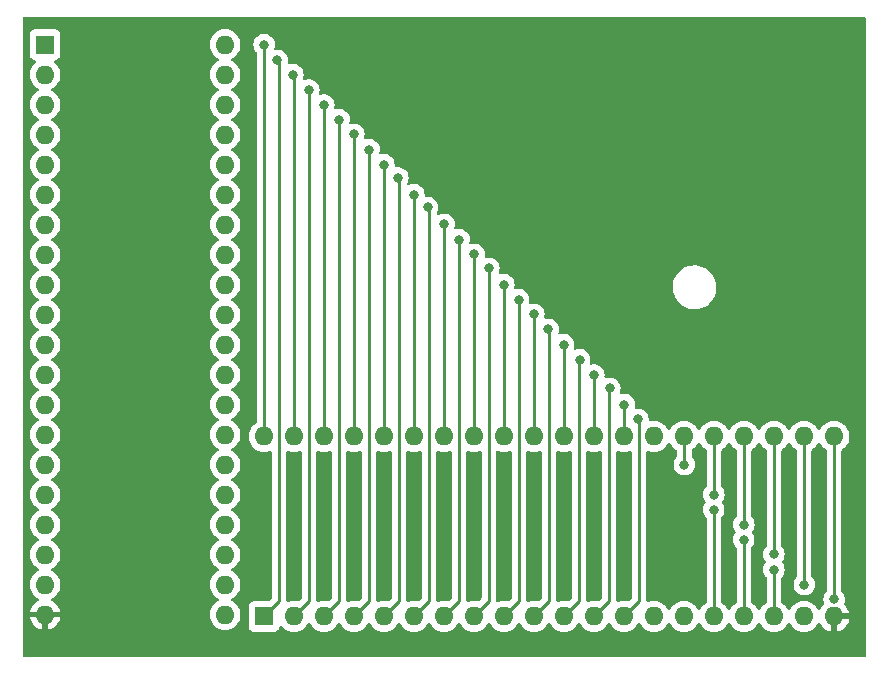
<source format=gbl>
G04 #@! TF.GenerationSoftware,KiCad,Pcbnew,7.0.1-0*
G04 #@! TF.CreationDate,2023-11-21T08:42:51-06:00*
G04 #@! TF.ProjectId,kawari_twister,7669635f-7477-4697-9374-65722e6b6963,rev?*
G04 #@! TF.SameCoordinates,Original*
G04 #@! TF.FileFunction,Copper,L4,Bot*
G04 #@! TF.FilePolarity,Positive*
%FSLAX46Y46*%
G04 Gerber Fmt 4.6, Leading zero omitted, Abs format (unit mm)*
G04 Created by KiCad (PCBNEW 7.0.1-0) date 2023-11-21 08:42:51*
%MOMM*%
%LPD*%
G01*
G04 APERTURE LIST*
G04 #@! TA.AperFunction,ComponentPad*
%ADD10R,1.600000X1.600000*%
G04 #@! TD*
G04 #@! TA.AperFunction,ComponentPad*
%ADD11O,1.600000X1.600000*%
G04 #@! TD*
G04 #@! TA.AperFunction,ViaPad*
%ADD12C,0.800000*%
G04 #@! TD*
G04 #@! TA.AperFunction,Conductor*
%ADD13C,0.250000*%
G04 #@! TD*
G04 APERTURE END LIST*
D10*
X108432600Y-99720400D03*
D11*
X110972600Y-99720400D03*
X113512600Y-99720400D03*
X116052600Y-99720400D03*
X118592600Y-99720400D03*
X121132600Y-99720400D03*
X123672600Y-99720400D03*
X126212600Y-99720400D03*
X128752600Y-99720400D03*
X131292600Y-99720400D03*
X133832600Y-99720400D03*
X136372600Y-99720400D03*
X138912600Y-99720400D03*
X141452600Y-99720400D03*
X143992600Y-99720400D03*
X146532600Y-99720400D03*
X149072600Y-99720400D03*
X151612600Y-99720400D03*
X154152600Y-99720400D03*
X156692600Y-99720400D03*
X156692600Y-84480400D03*
X154152600Y-84480400D03*
X151612600Y-84480400D03*
X149072600Y-84480400D03*
X146532600Y-84480400D03*
X143992600Y-84480400D03*
X141452600Y-84480400D03*
X138912600Y-84480400D03*
X136372600Y-84480400D03*
X133832600Y-84480400D03*
X131292600Y-84480400D03*
X128752600Y-84480400D03*
X126212600Y-84480400D03*
X123672600Y-84480400D03*
X121132600Y-84480400D03*
X118592600Y-84480400D03*
X116052600Y-84480400D03*
X113512600Y-84480400D03*
X110972600Y-84480400D03*
X108432600Y-84480400D03*
D10*
X89890600Y-51308000D03*
D11*
X89890600Y-53848000D03*
X89890600Y-56388000D03*
X89890600Y-58928000D03*
X89890600Y-61468000D03*
X89890600Y-64008000D03*
X89890600Y-66548000D03*
X89890600Y-69088000D03*
X89890600Y-71628000D03*
X89890600Y-74168000D03*
X89890600Y-76708000D03*
X89890600Y-79248000D03*
X89890600Y-81788000D03*
X89890600Y-84328000D03*
X89890600Y-86868000D03*
X89890600Y-89408000D03*
X89890600Y-91948000D03*
X89890600Y-94488000D03*
X89890600Y-97028000D03*
X89890600Y-99568000D03*
X105130600Y-99568000D03*
X105130600Y-97028000D03*
X105130600Y-94488000D03*
X105130600Y-91948000D03*
X105130600Y-89408000D03*
X105130600Y-86868000D03*
X105130600Y-84328000D03*
X105130600Y-81788000D03*
X105130600Y-79248000D03*
X105130600Y-76708000D03*
X105130600Y-74168000D03*
X105130600Y-71628000D03*
X105130600Y-69088000D03*
X105130600Y-66548000D03*
X105130600Y-64008000D03*
X105130600Y-61468000D03*
X105130600Y-58928000D03*
X105130600Y-56388000D03*
X105130600Y-53848000D03*
X105130600Y-51308000D03*
D12*
X109563600Y-52657000D03*
X112230600Y-55146200D03*
X114782600Y-57658000D03*
X117322600Y-60198000D03*
X119774400Y-62588400D03*
X122289000Y-65103000D03*
X124942600Y-67818000D03*
X127470600Y-70259200D03*
X129985200Y-72900800D03*
X132499800Y-75415400D03*
X135141400Y-77980800D03*
X137706800Y-80419200D03*
X140094400Y-83035400D03*
X146507200Y-90678000D03*
X149047200Y-93218000D03*
X151600600Y-95758000D03*
X156692600Y-98280400D03*
X154166000Y-97030800D03*
X151600600Y-94465400D03*
X149060600Y-91950800D03*
X146520600Y-89410800D03*
X144006000Y-86870800D03*
X138926000Y-81790800D03*
X136360600Y-79276200D03*
X133795200Y-76710800D03*
X131280600Y-74145400D03*
X128740600Y-71630800D03*
X126226000Y-69065400D03*
X123686000Y-66525400D03*
X121120600Y-64010800D03*
X118580600Y-61470800D03*
X116040600Y-58905400D03*
X113500600Y-56416200D03*
X110884400Y-53850800D03*
X108432600Y-51308000D03*
X98196400Y-71602600D03*
X98196400Y-58801000D03*
X98196400Y-64058800D03*
X98196400Y-74142600D03*
X152831800Y-86817200D03*
X108331000Y-91821000D03*
X98196400Y-81813400D03*
X98171000Y-98298000D03*
X140944600Y-101625400D03*
X98196400Y-66573400D03*
X98171000Y-94462600D03*
X98196400Y-53848000D03*
X98196400Y-69011800D03*
X113436400Y-91821000D03*
X110896400Y-91821000D03*
X150291800Y-86893400D03*
X98196400Y-79248000D03*
X98184400Y-86870800D03*
X139039600Y-91821000D03*
X118643400Y-91821000D03*
X121005600Y-91821000D03*
X136550400Y-91821000D03*
X147675600Y-86969600D03*
X131191000Y-91846400D03*
X98196400Y-61341000D03*
X116027200Y-91821000D03*
X133883400Y-91846400D03*
X98196400Y-76682600D03*
X98196400Y-56337200D03*
X98171000Y-92075000D03*
X123571000Y-91821000D03*
X128651000Y-91846400D03*
X99161600Y-102082600D03*
X143560800Y-91821000D03*
X126212600Y-91821000D03*
D13*
X109702600Y-52796000D02*
X109563600Y-52657000D01*
X108432600Y-99720400D02*
X109702600Y-98450400D01*
X109702600Y-98450400D02*
X109702600Y-52796000D01*
X112242600Y-98450400D02*
X110972600Y-99720400D01*
X112230600Y-55146200D02*
X112242600Y-55158200D01*
X112242600Y-55158200D02*
X112242600Y-98450400D01*
X114782600Y-98450400D02*
X113512600Y-99720400D01*
X114782600Y-57658000D02*
X114782600Y-98450400D01*
X117322600Y-98450400D02*
X116052600Y-99720400D01*
X117322600Y-60198000D02*
X117322600Y-98450400D01*
X119862600Y-62676600D02*
X119862600Y-98450400D01*
X119862600Y-98450400D02*
X118592600Y-99720400D01*
X119774400Y-62588400D02*
X119862600Y-62676600D01*
X122402600Y-98450400D02*
X121132600Y-99720400D01*
X122402600Y-65216600D02*
X122402600Y-98450400D01*
X122289000Y-65103000D02*
X122402600Y-65216600D01*
X124942600Y-98450400D02*
X123672600Y-99720400D01*
X124942600Y-67782000D02*
X124942600Y-98450400D01*
X127470600Y-70259200D02*
X127470600Y-98462400D01*
X127470600Y-98462400D02*
X126212600Y-99720400D01*
X129985200Y-72900800D02*
X130022600Y-72938200D01*
X130022600Y-72938200D02*
X130022600Y-98450400D01*
X130022600Y-98450400D02*
X128752600Y-99720400D01*
X132499800Y-75415400D02*
X132562600Y-75478200D01*
X132562600Y-75478200D02*
X132562600Y-98450400D01*
X132562600Y-98450400D02*
X131292600Y-99720400D01*
X135102600Y-78019600D02*
X135102600Y-98450400D01*
X135141400Y-77980800D02*
X135102600Y-78019600D01*
X135102600Y-98450400D02*
X133832600Y-99720400D01*
X137642600Y-98450400D02*
X136372600Y-99720400D01*
X137642600Y-80483400D02*
X137642600Y-98450400D01*
X137706800Y-80419200D02*
X137642600Y-80483400D01*
X140182600Y-98450400D02*
X138912600Y-99720400D01*
X140094400Y-83035400D02*
X140182600Y-83123600D01*
X140182600Y-83123600D02*
X140182600Y-98450400D01*
X146532600Y-90691400D02*
X146532600Y-99720400D01*
X149072600Y-93436000D02*
X149072600Y-99720400D01*
X149035200Y-93398600D02*
X149072600Y-93436000D01*
X151600600Y-95913200D02*
X151612600Y-95925200D01*
X151612600Y-95925200D02*
X151612600Y-99720400D01*
X156692600Y-98280400D02*
X156692600Y-84480400D01*
X154166000Y-97030800D02*
X154152600Y-97017400D01*
X154152600Y-97017400D02*
X154152600Y-84480400D01*
X151612600Y-94453400D02*
X151612600Y-84480400D01*
X151600600Y-94465400D02*
X151612600Y-94453400D01*
X149072600Y-91938800D02*
X149072600Y-84480400D01*
X149060600Y-91950800D02*
X149072600Y-91938800D01*
X146532600Y-89398800D02*
X146532600Y-84480400D01*
X146520600Y-89410800D02*
X146532600Y-89398800D01*
X144006000Y-86870800D02*
X144006000Y-84493800D01*
X144006000Y-84493800D02*
X143992600Y-84480400D01*
X138926000Y-81790800D02*
X138912600Y-81804200D01*
X138912600Y-81804200D02*
X138912600Y-84480400D01*
X136360600Y-79276200D02*
X136372600Y-79288200D01*
X136372600Y-79288200D02*
X136372600Y-84480400D01*
X133795200Y-76710800D02*
X133832600Y-76748200D01*
X133832600Y-76748200D02*
X133832600Y-84480400D01*
X131292600Y-74157400D02*
X131292600Y-84480400D01*
X131280600Y-74145400D02*
X131292600Y-74157400D01*
X128752600Y-71642800D02*
X128752600Y-84480400D01*
X128740600Y-71630800D02*
X128752600Y-71642800D01*
X126226000Y-69065400D02*
X126212600Y-69078800D01*
X126212600Y-69078800D02*
X126212600Y-84480400D01*
X123672600Y-66538800D02*
X123672600Y-84480400D01*
X123686000Y-66525400D02*
X123672600Y-66538800D01*
X121132600Y-64022800D02*
X121132600Y-84480400D01*
X121120600Y-64010800D02*
X121132600Y-64022800D01*
X118592600Y-61482800D02*
X118592600Y-84480400D01*
X118580600Y-61470800D02*
X118592600Y-61482800D01*
X116040600Y-58905400D02*
X116052600Y-58917400D01*
X116052600Y-58917400D02*
X116052600Y-84480400D01*
X113512600Y-56428200D02*
X113512600Y-84480400D01*
X113500600Y-56416200D02*
X113512600Y-56428200D01*
X110972600Y-53939000D02*
X110972600Y-84480400D01*
X110884400Y-53850800D02*
X110972600Y-53939000D01*
X108432600Y-51308000D02*
X108432600Y-84480400D01*
G04 #@! TA.AperFunction,Conductor*
G36*
X155489225Y-85022949D02*
G01*
X155534982Y-85075125D01*
X155562031Y-85133133D01*
X155692553Y-85319540D01*
X155853459Y-85480446D01*
X156014223Y-85593013D01*
X156053089Y-85637331D01*
X156067100Y-85694588D01*
X156067100Y-97581713D01*
X156058864Y-97626151D01*
X156035252Y-97664682D01*
X156002145Y-97701451D01*
X155960064Y-97748186D01*
X155865420Y-97912115D01*
X155806926Y-98092142D01*
X155787140Y-98280399D01*
X155806926Y-98468657D01*
X155856756Y-98622016D01*
X155859399Y-98689281D01*
X155826507Y-98748015D01*
X155692938Y-98881584D01*
X155562463Y-99067922D01*
X155535256Y-99126266D01*
X155489499Y-99178441D01*
X155422874Y-99197860D01*
X155356250Y-99178440D01*
X155310493Y-99126265D01*
X155283167Y-99067664D01*
X155152646Y-98881259D01*
X154991740Y-98720353D01*
X154805335Y-98589832D01*
X154599097Y-98493661D01*
X154379289Y-98434764D01*
X154152600Y-98414931D01*
X153925910Y-98434764D01*
X153706102Y-98493661D01*
X153499864Y-98589832D01*
X153313459Y-98720353D01*
X153152553Y-98881259D01*
X153022033Y-99067663D01*
X152994982Y-99125675D01*
X152949225Y-99177850D01*
X152882600Y-99197269D01*
X152815975Y-99177850D01*
X152770218Y-99125675D01*
X152743287Y-99067922D01*
X152743168Y-99067666D01*
X152740987Y-99064551D01*
X152612646Y-98881259D01*
X152451740Y-98720353D01*
X152290977Y-98607787D01*
X152252111Y-98563469D01*
X152238100Y-98506212D01*
X152238100Y-96443360D01*
X152246336Y-96398922D01*
X152269950Y-96360388D01*
X152282009Y-96346995D01*
X152333133Y-96290216D01*
X152427779Y-96126284D01*
X152486274Y-95946256D01*
X152506060Y-95758000D01*
X152486274Y-95569744D01*
X152427779Y-95389716D01*
X152427779Y-95389715D01*
X152333135Y-95225787D01*
X152333134Y-95225786D01*
X152333133Y-95225784D01*
X152305118Y-95194670D01*
X152276952Y-95141699D01*
X152276952Y-95081701D01*
X152305118Y-95028729D01*
X152333133Y-94997616D01*
X152427779Y-94833684D01*
X152486274Y-94653656D01*
X152506060Y-94465400D01*
X152486274Y-94277144D01*
X152427779Y-94097116D01*
X152427779Y-94097115D01*
X152333133Y-93933184D01*
X152269950Y-93863012D01*
X152246336Y-93824478D01*
X152238100Y-93780040D01*
X152238100Y-85694588D01*
X152252111Y-85637331D01*
X152290977Y-85593013D01*
X152444355Y-85485617D01*
X152451739Y-85480447D01*
X152612647Y-85319539D01*
X152743168Y-85133134D01*
X152770218Y-85075124D01*
X152815975Y-85022949D01*
X152882600Y-85003529D01*
X152949225Y-85022949D01*
X152994982Y-85075125D01*
X153022031Y-85133133D01*
X153152553Y-85319540D01*
X153313459Y-85480446D01*
X153474223Y-85593013D01*
X153513089Y-85637331D01*
X153527100Y-85694588D01*
X153527100Y-96346995D01*
X153518864Y-96391433D01*
X153495251Y-96429964D01*
X153483191Y-96443360D01*
X153433464Y-96498586D01*
X153338820Y-96662515D01*
X153280326Y-96842542D01*
X153260540Y-97030799D01*
X153280326Y-97219057D01*
X153338820Y-97399084D01*
X153433466Y-97563016D01*
X153560129Y-97703689D01*
X153713269Y-97814951D01*
X153886197Y-97891944D01*
X154071352Y-97931300D01*
X154071354Y-97931300D01*
X154260646Y-97931300D01*
X154260648Y-97931300D01*
X154384083Y-97905062D01*
X154445803Y-97891944D01*
X154618730Y-97814951D01*
X154771871Y-97703688D01*
X154898533Y-97563016D01*
X154993179Y-97399084D01*
X155051674Y-97219056D01*
X155071460Y-97030800D01*
X155051674Y-96842544D01*
X154993179Y-96662516D01*
X154993179Y-96662515D01*
X154898535Y-96498586D01*
X154872808Y-96470014D01*
X154809947Y-96400200D01*
X154786336Y-96361669D01*
X154778100Y-96317231D01*
X154778100Y-85694588D01*
X154792111Y-85637331D01*
X154830977Y-85593013D01*
X154984355Y-85485617D01*
X154991739Y-85480447D01*
X155152647Y-85319539D01*
X155283168Y-85133134D01*
X155310218Y-85075124D01*
X155355975Y-85022949D01*
X155422600Y-85003529D01*
X155489225Y-85022949D01*
G37*
G04 #@! TD.AperFunction*
G04 #@! TA.AperFunction,Conductor*
G36*
X150409225Y-85022949D02*
G01*
X150454982Y-85075125D01*
X150482031Y-85133133D01*
X150612553Y-85319540D01*
X150773459Y-85480446D01*
X150934223Y-85593013D01*
X150973089Y-85637331D01*
X150987100Y-85694588D01*
X150987100Y-93753386D01*
X150978864Y-93797824D01*
X150955252Y-93836355D01*
X150915120Y-93880925D01*
X150868064Y-93933186D01*
X150773420Y-94097115D01*
X150714926Y-94277142D01*
X150695140Y-94465400D01*
X150714926Y-94653657D01*
X150773420Y-94833684D01*
X150868066Y-94997616D01*
X150896080Y-95028729D01*
X150924246Y-95081702D01*
X150924246Y-95141698D01*
X150896080Y-95194671D01*
X150868066Y-95225783D01*
X150773420Y-95389715D01*
X150714926Y-95569742D01*
X150695140Y-95758000D01*
X150714926Y-95946257D01*
X150773420Y-96126284D01*
X150868064Y-96290213D01*
X150868066Y-96290215D01*
X150868067Y-96290216D01*
X150955252Y-96387044D01*
X150978864Y-96425576D01*
X150987100Y-96470014D01*
X150987100Y-98506212D01*
X150973089Y-98563469D01*
X150934223Y-98607787D01*
X150773459Y-98720353D01*
X150612553Y-98881259D01*
X150482033Y-99067663D01*
X150454982Y-99125675D01*
X150409225Y-99177850D01*
X150342600Y-99197269D01*
X150275975Y-99177850D01*
X150230218Y-99125675D01*
X150203287Y-99067922D01*
X150203168Y-99067666D01*
X150200987Y-99064551D01*
X150072646Y-98881259D01*
X149911740Y-98720353D01*
X149750977Y-98607787D01*
X149712111Y-98563469D01*
X149698100Y-98506212D01*
X149698100Y-93888478D01*
X149706336Y-93844040D01*
X149729950Y-93805506D01*
X149779733Y-93750216D01*
X149874379Y-93586284D01*
X149906329Y-93487953D01*
X149932874Y-93406256D01*
X149952660Y-93218000D01*
X149932874Y-93029744D01*
X149874379Y-92849716D01*
X149874379Y-92849715D01*
X149779733Y-92685783D01*
X149769856Y-92674814D01*
X149741688Y-92621840D01*
X149741688Y-92561842D01*
X149769856Y-92508868D01*
X149793133Y-92483016D01*
X149887779Y-92319084D01*
X149934696Y-92174689D01*
X149946274Y-92139056D01*
X149966060Y-91950800D01*
X149946274Y-91762544D01*
X149887779Y-91582516D01*
X149887779Y-91582515D01*
X149793133Y-91418584D01*
X149729950Y-91348412D01*
X149706336Y-91309878D01*
X149698100Y-91265440D01*
X149698100Y-85694588D01*
X149712111Y-85637331D01*
X149750977Y-85593013D01*
X149904355Y-85485617D01*
X149911739Y-85480447D01*
X150072647Y-85319539D01*
X150203168Y-85133134D01*
X150230218Y-85075124D01*
X150275975Y-85022949D01*
X150342600Y-85003529D01*
X150409225Y-85022949D01*
G37*
G04 #@! TD.AperFunction*
G04 #@! TA.AperFunction,Conductor*
G36*
X147869225Y-85022949D02*
G01*
X147914982Y-85075125D01*
X147942031Y-85133133D01*
X148072553Y-85319540D01*
X148233459Y-85480446D01*
X148394223Y-85593013D01*
X148433089Y-85637331D01*
X148447100Y-85694588D01*
X148447100Y-91238786D01*
X148438864Y-91283224D01*
X148415252Y-91321755D01*
X148391191Y-91348478D01*
X148328064Y-91418586D01*
X148233420Y-91582515D01*
X148174926Y-91762542D01*
X148155140Y-91950800D01*
X148174926Y-92139057D01*
X148233420Y-92319084D01*
X148328064Y-92483013D01*
X148337944Y-92493985D01*
X148366110Y-92546958D01*
X148366111Y-92606953D01*
X148337947Y-92659927D01*
X148314667Y-92685783D01*
X148220020Y-92849715D01*
X148161526Y-93029742D01*
X148141740Y-93217999D01*
X148161526Y-93406257D01*
X148220020Y-93586284D01*
X148314666Y-93750216D01*
X148415250Y-93861925D01*
X148438864Y-93900459D01*
X148447100Y-93944897D01*
X148447100Y-98506212D01*
X148433089Y-98563469D01*
X148394223Y-98607787D01*
X148233459Y-98720353D01*
X148072553Y-98881259D01*
X147942033Y-99067663D01*
X147914982Y-99125675D01*
X147869225Y-99177850D01*
X147802600Y-99197269D01*
X147735975Y-99177850D01*
X147690218Y-99125675D01*
X147663287Y-99067922D01*
X147663168Y-99067666D01*
X147660987Y-99064551D01*
X147532646Y-98881259D01*
X147371740Y-98720353D01*
X147210977Y-98607787D01*
X147172111Y-98563469D01*
X147158100Y-98506212D01*
X147158100Y-91348478D01*
X147166336Y-91304040D01*
X147189950Y-91265506D01*
X147239733Y-91210216D01*
X147334379Y-91046284D01*
X147366329Y-90947953D01*
X147392874Y-90866256D01*
X147412660Y-90678000D01*
X147392874Y-90489744D01*
X147334379Y-90309716D01*
X147334379Y-90309715D01*
X147239733Y-90145783D01*
X147229856Y-90134814D01*
X147201688Y-90081840D01*
X147201688Y-90021842D01*
X147229856Y-89968868D01*
X147253133Y-89943016D01*
X147347779Y-89779084D01*
X147394696Y-89634689D01*
X147406274Y-89599056D01*
X147426060Y-89410800D01*
X147406274Y-89222544D01*
X147347779Y-89042516D01*
X147347779Y-89042515D01*
X147253133Y-88878584D01*
X147189950Y-88808412D01*
X147166336Y-88769878D01*
X147158100Y-88725440D01*
X147158100Y-85694588D01*
X147172111Y-85637331D01*
X147210977Y-85593013D01*
X147364355Y-85485617D01*
X147371739Y-85480447D01*
X147532647Y-85319539D01*
X147663168Y-85133134D01*
X147690218Y-85075124D01*
X147735975Y-85022949D01*
X147802600Y-85003529D01*
X147869225Y-85022949D01*
G37*
G04 #@! TD.AperFunction*
G04 #@! TA.AperFunction,Conductor*
G36*
X145329225Y-85022949D02*
G01*
X145374982Y-85075125D01*
X145402031Y-85133133D01*
X145532553Y-85319540D01*
X145693459Y-85480446D01*
X145854223Y-85593013D01*
X145893089Y-85637331D01*
X145907100Y-85694588D01*
X145907100Y-88698786D01*
X145898864Y-88743224D01*
X145875252Y-88781755D01*
X145835120Y-88826325D01*
X145788064Y-88878586D01*
X145693420Y-89042515D01*
X145634926Y-89222542D01*
X145615140Y-89410799D01*
X145634926Y-89599057D01*
X145693420Y-89779084D01*
X145788064Y-89943013D01*
X145797944Y-89953985D01*
X145826110Y-90006958D01*
X145826111Y-90066953D01*
X145797947Y-90119927D01*
X145774667Y-90145783D01*
X145680020Y-90309715D01*
X145621526Y-90489742D01*
X145601740Y-90678000D01*
X145621526Y-90866257D01*
X145680020Y-91046284D01*
X145774666Y-91210216D01*
X145875250Y-91321925D01*
X145898864Y-91360459D01*
X145907100Y-91404897D01*
X145907100Y-98506212D01*
X145893089Y-98563469D01*
X145854223Y-98607787D01*
X145693459Y-98720353D01*
X145532553Y-98881259D01*
X145402033Y-99067663D01*
X145374982Y-99125675D01*
X145329225Y-99177850D01*
X145262600Y-99197269D01*
X145195975Y-99177850D01*
X145150218Y-99125675D01*
X145123287Y-99067922D01*
X145123168Y-99067666D01*
X145120987Y-99064551D01*
X144992646Y-98881259D01*
X144831740Y-98720353D01*
X144645335Y-98589832D01*
X144439097Y-98493661D01*
X144219289Y-98434764D01*
X143992600Y-98414931D01*
X143765910Y-98434764D01*
X143546102Y-98493661D01*
X143339864Y-98589832D01*
X143153459Y-98720353D01*
X142992553Y-98881259D01*
X142862033Y-99067663D01*
X142834982Y-99125675D01*
X142789225Y-99177850D01*
X142722600Y-99197269D01*
X142655975Y-99177850D01*
X142610218Y-99125675D01*
X142583287Y-99067922D01*
X142583168Y-99067666D01*
X142580987Y-99064551D01*
X142452646Y-98881259D01*
X142291740Y-98720353D01*
X142105335Y-98589832D01*
X141899097Y-98493661D01*
X141679289Y-98434764D01*
X141452600Y-98414931D01*
X141225910Y-98434764D01*
X141006104Y-98493660D01*
X140993312Y-98499626D01*
X140984503Y-98503733D01*
X140923991Y-98515086D01*
X140865476Y-98495932D01*
X140823386Y-98450994D01*
X140808100Y-98391351D01*
X140808100Y-85809449D01*
X140823386Y-85749806D01*
X140865475Y-85704868D01*
X140923990Y-85685714D01*
X140984504Y-85697066D01*
X141006104Y-85707139D01*
X141225908Y-85766035D01*
X141452600Y-85785868D01*
X141679292Y-85766035D01*
X141899096Y-85707139D01*
X142105334Y-85610968D01*
X142291739Y-85480447D01*
X142452647Y-85319539D01*
X142583168Y-85133134D01*
X142610218Y-85075124D01*
X142655975Y-85022949D01*
X142722600Y-85003529D01*
X142789225Y-85022949D01*
X142834982Y-85075125D01*
X142862031Y-85133133D01*
X142992553Y-85319540D01*
X143153459Y-85480446D01*
X143327623Y-85602396D01*
X143366489Y-85646714D01*
X143380500Y-85703971D01*
X143380500Y-86172113D01*
X143372264Y-86216551D01*
X143348652Y-86255082D01*
X143315545Y-86291851D01*
X143273464Y-86338586D01*
X143178820Y-86502515D01*
X143120326Y-86682542D01*
X143100540Y-86870800D01*
X143120326Y-87059057D01*
X143178820Y-87239084D01*
X143273466Y-87403016D01*
X143400129Y-87543689D01*
X143553269Y-87654951D01*
X143726197Y-87731944D01*
X143911352Y-87771300D01*
X143911354Y-87771300D01*
X144100646Y-87771300D01*
X144100648Y-87771300D01*
X144224084Y-87745062D01*
X144285803Y-87731944D01*
X144458730Y-87654951D01*
X144611871Y-87543688D01*
X144738533Y-87403016D01*
X144833179Y-87239084D01*
X144891674Y-87059056D01*
X144911460Y-86870800D01*
X144891674Y-86682544D01*
X144833179Y-86502516D01*
X144833179Y-86502515D01*
X144738535Y-86338586D01*
X144725427Y-86324029D01*
X144663347Y-86255082D01*
X144639736Y-86216551D01*
X144631500Y-86172113D01*
X144631500Y-85685205D01*
X144645511Y-85627948D01*
X144684377Y-85583630D01*
X144824355Y-85485617D01*
X144831739Y-85480447D01*
X144992647Y-85319539D01*
X145123168Y-85133134D01*
X145150218Y-85075124D01*
X145195975Y-85022949D01*
X145262600Y-85003529D01*
X145329225Y-85022949D01*
G37*
G04 #@! TD.AperFunction*
G04 #@! TA.AperFunction,Conductor*
G36*
X128272504Y-85691472D02*
G01*
X128306099Y-85707137D01*
X128306100Y-85707137D01*
X128306104Y-85707139D01*
X128525908Y-85766035D01*
X128752600Y-85785868D01*
X128979292Y-85766035D01*
X129199096Y-85707139D01*
X129220695Y-85697066D01*
X129281210Y-85685714D01*
X129339725Y-85704868D01*
X129381814Y-85749806D01*
X129397100Y-85809449D01*
X129397100Y-98139947D01*
X129387661Y-98187400D01*
X129360783Y-98227625D01*
X129204826Y-98383582D01*
X129167421Y-98420987D01*
X129111834Y-98453080D01*
X129047647Y-98453080D01*
X128979290Y-98434764D01*
X128752599Y-98414931D01*
X128525910Y-98434764D01*
X128306099Y-98493662D01*
X128272504Y-98509328D01*
X128211990Y-98520680D01*
X128153475Y-98501526D01*
X128111386Y-98456589D01*
X128096100Y-98396946D01*
X128096100Y-85803854D01*
X128111386Y-85744211D01*
X128153475Y-85699274D01*
X128211990Y-85680120D01*
X128272504Y-85691472D01*
G37*
G04 #@! TD.AperFunction*
G04 #@! TA.AperFunction,Conductor*
G36*
X139499725Y-85704868D02*
G01*
X139541814Y-85749806D01*
X139557100Y-85809449D01*
X139557100Y-98139947D01*
X139547661Y-98187400D01*
X139520783Y-98227625D01*
X139364826Y-98383582D01*
X139327421Y-98420987D01*
X139271834Y-98453080D01*
X139207647Y-98453080D01*
X139139290Y-98434764D01*
X138912599Y-98414931D01*
X138685910Y-98434764D01*
X138466104Y-98493660D01*
X138453312Y-98499626D01*
X138444503Y-98503733D01*
X138383991Y-98515086D01*
X138325476Y-98495932D01*
X138283386Y-98450994D01*
X138268100Y-98391351D01*
X138268100Y-85809449D01*
X138283386Y-85749806D01*
X138325475Y-85704868D01*
X138383990Y-85685714D01*
X138444504Y-85697066D01*
X138466104Y-85707139D01*
X138685908Y-85766035D01*
X138912600Y-85785868D01*
X139139292Y-85766035D01*
X139359096Y-85707139D01*
X139380695Y-85697066D01*
X139441210Y-85685714D01*
X139499725Y-85704868D01*
G37*
G04 #@! TD.AperFunction*
G04 #@! TA.AperFunction,Conductor*
G36*
X136959725Y-85704868D02*
G01*
X137001814Y-85749806D01*
X137017100Y-85809449D01*
X137017100Y-98139947D01*
X137007661Y-98187400D01*
X136980783Y-98227625D01*
X136824826Y-98383582D01*
X136787421Y-98420987D01*
X136731834Y-98453080D01*
X136667647Y-98453080D01*
X136599290Y-98434764D01*
X136372599Y-98414931D01*
X136145910Y-98434764D01*
X135926104Y-98493660D01*
X135913312Y-98499626D01*
X135904503Y-98503733D01*
X135843991Y-98515086D01*
X135785476Y-98495932D01*
X135743386Y-98450994D01*
X135728100Y-98391351D01*
X135728100Y-85809449D01*
X135743386Y-85749806D01*
X135785475Y-85704868D01*
X135843990Y-85685714D01*
X135904504Y-85697066D01*
X135926104Y-85707139D01*
X136145908Y-85766035D01*
X136372600Y-85785868D01*
X136599292Y-85766035D01*
X136819096Y-85707139D01*
X136840695Y-85697066D01*
X136901210Y-85685714D01*
X136959725Y-85704868D01*
G37*
G04 #@! TD.AperFunction*
G04 #@! TA.AperFunction,Conductor*
G36*
X134419725Y-85704868D02*
G01*
X134461814Y-85749806D01*
X134477100Y-85809449D01*
X134477100Y-98139947D01*
X134467661Y-98187400D01*
X134440783Y-98227625D01*
X134284826Y-98383582D01*
X134247421Y-98420987D01*
X134191834Y-98453080D01*
X134127647Y-98453080D01*
X134059290Y-98434764D01*
X133832599Y-98414931D01*
X133605910Y-98434764D01*
X133386104Y-98493660D01*
X133373312Y-98499626D01*
X133364503Y-98503733D01*
X133303991Y-98515086D01*
X133245476Y-98495932D01*
X133203386Y-98450994D01*
X133188100Y-98391351D01*
X133188100Y-85809449D01*
X133203386Y-85749806D01*
X133245475Y-85704868D01*
X133303990Y-85685714D01*
X133364504Y-85697066D01*
X133386104Y-85707139D01*
X133605908Y-85766035D01*
X133832600Y-85785868D01*
X134059292Y-85766035D01*
X134279096Y-85707139D01*
X134300695Y-85697066D01*
X134361210Y-85685714D01*
X134419725Y-85704868D01*
G37*
G04 #@! TD.AperFunction*
G04 #@! TA.AperFunction,Conductor*
G36*
X131879725Y-85704868D02*
G01*
X131921814Y-85749806D01*
X131937100Y-85809449D01*
X131937100Y-98139947D01*
X131927661Y-98187400D01*
X131900783Y-98227625D01*
X131744826Y-98383582D01*
X131707421Y-98420987D01*
X131651834Y-98453080D01*
X131587647Y-98453080D01*
X131519290Y-98434764D01*
X131292599Y-98414931D01*
X131065910Y-98434764D01*
X130846104Y-98493660D01*
X130833312Y-98499626D01*
X130824503Y-98503733D01*
X130763991Y-98515086D01*
X130705476Y-98495932D01*
X130663386Y-98450994D01*
X130648100Y-98391351D01*
X130648100Y-85809449D01*
X130663386Y-85749806D01*
X130705475Y-85704868D01*
X130763990Y-85685714D01*
X130824504Y-85697066D01*
X130846104Y-85707139D01*
X131065908Y-85766035D01*
X131292600Y-85785868D01*
X131519292Y-85766035D01*
X131739096Y-85707139D01*
X131760695Y-85697066D01*
X131821210Y-85685714D01*
X131879725Y-85704868D01*
G37*
G04 #@! TD.AperFunction*
G04 #@! TA.AperFunction,Conductor*
G36*
X125744504Y-85697066D02*
G01*
X125766104Y-85707139D01*
X125985908Y-85766035D01*
X126212600Y-85785868D01*
X126439292Y-85766035D01*
X126659096Y-85707139D01*
X126668695Y-85702662D01*
X126729209Y-85691310D01*
X126787725Y-85710464D01*
X126829814Y-85755402D01*
X126845100Y-85815045D01*
X126845100Y-98151947D01*
X126835661Y-98199400D01*
X126808781Y-98239628D01*
X126750409Y-98298000D01*
X126627421Y-98420987D01*
X126571834Y-98453080D01*
X126507647Y-98453080D01*
X126439290Y-98434764D01*
X126212599Y-98414931D01*
X125985910Y-98434764D01*
X125766104Y-98493660D01*
X125753312Y-98499626D01*
X125744503Y-98503733D01*
X125683991Y-98515086D01*
X125625476Y-98495932D01*
X125583386Y-98450994D01*
X125568100Y-98391351D01*
X125568100Y-85809449D01*
X125583386Y-85749806D01*
X125625475Y-85704868D01*
X125683990Y-85685714D01*
X125744504Y-85697066D01*
G37*
G04 #@! TD.AperFunction*
G04 #@! TA.AperFunction,Conductor*
G36*
X124259725Y-85704868D02*
G01*
X124301814Y-85749806D01*
X124317100Y-85809449D01*
X124317100Y-98139947D01*
X124307661Y-98187400D01*
X124280783Y-98227625D01*
X124124826Y-98383582D01*
X124087421Y-98420987D01*
X124031834Y-98453080D01*
X123967647Y-98453080D01*
X123899290Y-98434764D01*
X123672599Y-98414931D01*
X123445910Y-98434764D01*
X123226104Y-98493660D01*
X123213312Y-98499626D01*
X123204503Y-98503733D01*
X123143991Y-98515086D01*
X123085476Y-98495932D01*
X123043386Y-98450994D01*
X123028100Y-98391351D01*
X123028100Y-85809449D01*
X123043386Y-85749806D01*
X123085475Y-85704868D01*
X123143990Y-85685714D01*
X123204504Y-85697066D01*
X123226104Y-85707139D01*
X123445908Y-85766035D01*
X123672600Y-85785868D01*
X123899292Y-85766035D01*
X124119096Y-85707139D01*
X124140695Y-85697066D01*
X124201210Y-85685714D01*
X124259725Y-85704868D01*
G37*
G04 #@! TD.AperFunction*
G04 #@! TA.AperFunction,Conductor*
G36*
X121719725Y-85704868D02*
G01*
X121761814Y-85749806D01*
X121777100Y-85809449D01*
X121777100Y-98139947D01*
X121767661Y-98187400D01*
X121740783Y-98227625D01*
X121584826Y-98383582D01*
X121547421Y-98420987D01*
X121491834Y-98453080D01*
X121427647Y-98453080D01*
X121359290Y-98434764D01*
X121132599Y-98414931D01*
X120905910Y-98434764D01*
X120686104Y-98493660D01*
X120673312Y-98499626D01*
X120664503Y-98503733D01*
X120603991Y-98515086D01*
X120545476Y-98495932D01*
X120503386Y-98450994D01*
X120488100Y-98391351D01*
X120488100Y-85809449D01*
X120503386Y-85749806D01*
X120545475Y-85704868D01*
X120603990Y-85685714D01*
X120664504Y-85697066D01*
X120686104Y-85707139D01*
X120905908Y-85766035D01*
X121132600Y-85785868D01*
X121359292Y-85766035D01*
X121579096Y-85707139D01*
X121600695Y-85697066D01*
X121661210Y-85685714D01*
X121719725Y-85704868D01*
G37*
G04 #@! TD.AperFunction*
G04 #@! TA.AperFunction,Conductor*
G36*
X119179725Y-85704868D02*
G01*
X119221814Y-85749806D01*
X119237100Y-85809449D01*
X119237100Y-98139947D01*
X119227661Y-98187400D01*
X119200783Y-98227625D01*
X119044826Y-98383582D01*
X119007421Y-98420987D01*
X118951834Y-98453080D01*
X118887647Y-98453080D01*
X118819290Y-98434764D01*
X118592599Y-98414931D01*
X118365910Y-98434764D01*
X118146104Y-98493660D01*
X118133312Y-98499626D01*
X118124503Y-98503733D01*
X118063991Y-98515086D01*
X118005476Y-98495932D01*
X117963386Y-98450994D01*
X117948100Y-98391351D01*
X117948100Y-85809449D01*
X117963386Y-85749806D01*
X118005475Y-85704868D01*
X118063990Y-85685714D01*
X118124504Y-85697066D01*
X118146104Y-85707139D01*
X118365908Y-85766035D01*
X118592600Y-85785868D01*
X118819292Y-85766035D01*
X119039096Y-85707139D01*
X119060695Y-85697066D01*
X119121210Y-85685714D01*
X119179725Y-85704868D01*
G37*
G04 #@! TD.AperFunction*
G04 #@! TA.AperFunction,Conductor*
G36*
X116639725Y-85704868D02*
G01*
X116681814Y-85749806D01*
X116697100Y-85809449D01*
X116697100Y-98139947D01*
X116687661Y-98187400D01*
X116660783Y-98227625D01*
X116504826Y-98383582D01*
X116467421Y-98420987D01*
X116411834Y-98453080D01*
X116347647Y-98453080D01*
X116279290Y-98434764D01*
X116052599Y-98414931D01*
X115825910Y-98434764D01*
X115606104Y-98493660D01*
X115593312Y-98499626D01*
X115584503Y-98503733D01*
X115523991Y-98515086D01*
X115465476Y-98495932D01*
X115423386Y-98450994D01*
X115408100Y-98391351D01*
X115408100Y-85809449D01*
X115423386Y-85749806D01*
X115465475Y-85704868D01*
X115523990Y-85685714D01*
X115584504Y-85697066D01*
X115606104Y-85707139D01*
X115825908Y-85766035D01*
X116052600Y-85785868D01*
X116279292Y-85766035D01*
X116499096Y-85707139D01*
X116520695Y-85697066D01*
X116581210Y-85685714D01*
X116639725Y-85704868D01*
G37*
G04 #@! TD.AperFunction*
G04 #@! TA.AperFunction,Conductor*
G36*
X114099725Y-85704868D02*
G01*
X114141814Y-85749806D01*
X114157100Y-85809449D01*
X114157100Y-98139947D01*
X114147661Y-98187400D01*
X114120783Y-98227625D01*
X113964826Y-98383582D01*
X113927421Y-98420987D01*
X113871834Y-98453080D01*
X113807647Y-98453080D01*
X113739290Y-98434764D01*
X113512599Y-98414931D01*
X113285910Y-98434764D01*
X113066104Y-98493660D01*
X113053312Y-98499626D01*
X113044503Y-98503733D01*
X112983991Y-98515086D01*
X112925476Y-98495932D01*
X112883386Y-98450994D01*
X112868100Y-98391351D01*
X112868100Y-85809449D01*
X112883386Y-85749806D01*
X112925475Y-85704868D01*
X112983990Y-85685714D01*
X113044504Y-85697066D01*
X113066104Y-85707139D01*
X113285908Y-85766035D01*
X113512600Y-85785868D01*
X113739292Y-85766035D01*
X113959096Y-85707139D01*
X113980695Y-85697066D01*
X114041210Y-85685714D01*
X114099725Y-85704868D01*
G37*
G04 #@! TD.AperFunction*
G04 #@! TA.AperFunction,Conductor*
G36*
X111559725Y-85704868D02*
G01*
X111601814Y-85749806D01*
X111617100Y-85809449D01*
X111617100Y-98139947D01*
X111607661Y-98187400D01*
X111580783Y-98227625D01*
X111424826Y-98383582D01*
X111387421Y-98420987D01*
X111331834Y-98453080D01*
X111267647Y-98453080D01*
X111199290Y-98434764D01*
X110972599Y-98414931D01*
X110745910Y-98434764D01*
X110526104Y-98493660D01*
X110513312Y-98499626D01*
X110504503Y-98503733D01*
X110443991Y-98515086D01*
X110385476Y-98495932D01*
X110343386Y-98450994D01*
X110328100Y-98391351D01*
X110328100Y-85809449D01*
X110343386Y-85749806D01*
X110385475Y-85704868D01*
X110443990Y-85685714D01*
X110504504Y-85697066D01*
X110526104Y-85707139D01*
X110745908Y-85766035D01*
X110972600Y-85785868D01*
X111199292Y-85766035D01*
X111419096Y-85707139D01*
X111440695Y-85697066D01*
X111501210Y-85685714D01*
X111559725Y-85704868D01*
G37*
G04 #@! TD.AperFunction*
G04 #@! TA.AperFunction,Conductor*
G36*
X159326300Y-49017113D02*
G01*
X159371687Y-49062500D01*
X159388300Y-49124500D01*
X159388300Y-103075500D01*
X159371687Y-103137500D01*
X159326300Y-103182887D01*
X159264300Y-103199500D01*
X88116500Y-103199500D01*
X88054500Y-103182887D01*
X88009113Y-103137500D01*
X87992500Y-103075500D01*
X87992500Y-99818000D01*
X88611728Y-99818000D01*
X88664333Y-100014326D01*
X88760465Y-100220480D01*
X88890941Y-100406819D01*
X89051780Y-100567658D01*
X89238119Y-100698134D01*
X89444273Y-100794266D01*
X89640599Y-100846871D01*
X89640600Y-100846872D01*
X89640600Y-99818000D01*
X90140600Y-99818000D01*
X90140600Y-100846871D01*
X90336926Y-100794266D01*
X90543080Y-100698134D01*
X90729419Y-100567658D01*
X90890258Y-100406819D01*
X91020734Y-100220480D01*
X91116866Y-100014326D01*
X91169472Y-99818000D01*
X90140600Y-99818000D01*
X89640600Y-99818000D01*
X88611728Y-99818000D01*
X87992500Y-99818000D01*
X87992500Y-99568000D01*
X103825131Y-99568000D01*
X103844964Y-99794689D01*
X103903861Y-100014497D01*
X104000032Y-100220735D01*
X104130553Y-100407140D01*
X104291459Y-100568046D01*
X104477864Y-100698567D01*
X104477865Y-100698567D01*
X104477866Y-100698568D01*
X104684104Y-100794739D01*
X104903908Y-100853635D01*
X105130600Y-100873468D01*
X105357292Y-100853635D01*
X105577096Y-100794739D01*
X105783334Y-100698568D01*
X105969739Y-100568047D01*
X106130647Y-100407139D01*
X106261168Y-100220734D01*
X106357339Y-100014496D01*
X106416235Y-99794692D01*
X106436068Y-99568000D01*
X106416235Y-99341308D01*
X106357339Y-99121504D01*
X106261168Y-98915266D01*
X106237356Y-98881259D01*
X106130646Y-98728859D01*
X105969740Y-98567953D01*
X105783333Y-98437431D01*
X105725913Y-98410656D01*
X105725324Y-98410381D01*
X105673149Y-98364625D01*
X105653729Y-98298000D01*
X105673149Y-98231375D01*
X105725325Y-98185618D01*
X105783334Y-98158568D01*
X105969739Y-98028047D01*
X106130647Y-97867139D01*
X106261168Y-97680734D01*
X106357339Y-97474496D01*
X106416235Y-97254692D01*
X106436068Y-97028000D01*
X106416235Y-96801308D01*
X106357339Y-96581504D01*
X106261168Y-96375266D01*
X106251647Y-96361669D01*
X106130646Y-96188859D01*
X105969740Y-96027953D01*
X105783333Y-95897431D01*
X105725325Y-95870382D01*
X105673149Y-95824625D01*
X105653729Y-95758000D01*
X105673149Y-95691375D01*
X105725325Y-95645618D01*
X105783334Y-95618568D01*
X105969739Y-95488047D01*
X106130647Y-95327139D01*
X106261168Y-95140734D01*
X106357339Y-94934496D01*
X106416235Y-94714692D01*
X106436068Y-94488000D01*
X106416235Y-94261308D01*
X106357339Y-94041504D01*
X106261168Y-93835266D01*
X106253614Y-93824478D01*
X106130646Y-93648859D01*
X105969740Y-93487953D01*
X105783333Y-93357431D01*
X105725325Y-93330382D01*
X105673149Y-93284625D01*
X105653729Y-93218000D01*
X105673149Y-93151375D01*
X105725325Y-93105618D01*
X105783334Y-93078568D01*
X105969739Y-92948047D01*
X106130647Y-92787139D01*
X106261168Y-92600734D01*
X106357339Y-92394496D01*
X106416235Y-92174692D01*
X106436068Y-91948000D01*
X106416235Y-91721308D01*
X106357339Y-91501504D01*
X106261168Y-91295266D01*
X106252736Y-91283224D01*
X106130646Y-91108859D01*
X105969740Y-90947953D01*
X105783333Y-90817431D01*
X105725325Y-90790382D01*
X105673149Y-90744625D01*
X105653729Y-90678000D01*
X105673149Y-90611375D01*
X105725325Y-90565618D01*
X105783334Y-90538568D01*
X105969739Y-90408047D01*
X106130647Y-90247139D01*
X106261168Y-90060734D01*
X106357339Y-89854496D01*
X106416235Y-89634692D01*
X106436068Y-89408000D01*
X106416235Y-89181308D01*
X106357339Y-88961504D01*
X106261168Y-88755266D01*
X106252736Y-88743224D01*
X106130646Y-88568859D01*
X105969740Y-88407953D01*
X105783332Y-88277430D01*
X105725324Y-88250380D01*
X105673149Y-88204623D01*
X105653730Y-88137997D01*
X105673150Y-88071373D01*
X105725321Y-88025619D01*
X105783334Y-87998568D01*
X105969739Y-87868047D01*
X106130647Y-87707139D01*
X106261168Y-87520734D01*
X106357339Y-87314496D01*
X106416235Y-87094692D01*
X106436068Y-86868000D01*
X106416235Y-86641308D01*
X106357339Y-86421504D01*
X106261168Y-86215266D01*
X106230952Y-86172113D01*
X106130646Y-86028859D01*
X105969740Y-85867953D01*
X105783336Y-85737433D01*
X105725323Y-85710381D01*
X105673148Y-85664623D01*
X105653729Y-85597997D01*
X105673149Y-85531372D01*
X105725321Y-85485619D01*
X105783334Y-85458568D01*
X105969739Y-85328047D01*
X106130647Y-85167139D01*
X106261168Y-84980734D01*
X106357339Y-84774496D01*
X106416235Y-84554692D01*
X106422735Y-84480400D01*
X107127131Y-84480400D01*
X107146964Y-84707089D01*
X107205861Y-84926897D01*
X107302032Y-85133135D01*
X107432553Y-85319540D01*
X107593459Y-85480446D01*
X107779864Y-85610967D01*
X107779865Y-85610967D01*
X107779866Y-85610968D01*
X107986104Y-85707139D01*
X108205908Y-85766035D01*
X108432600Y-85785868D01*
X108659292Y-85766035D01*
X108879096Y-85707139D01*
X108900695Y-85697066D01*
X108961210Y-85685714D01*
X109019725Y-85704868D01*
X109061814Y-85749806D01*
X109077100Y-85809449D01*
X109077100Y-98139947D01*
X109067661Y-98187400D01*
X109040783Y-98227625D01*
X108884824Y-98383583D01*
X108844599Y-98410461D01*
X108797146Y-98419900D01*
X107584730Y-98419900D01*
X107525115Y-98426309D01*
X107390269Y-98476604D01*
X107275054Y-98562854D01*
X107188804Y-98678068D01*
X107138509Y-98812916D01*
X107132100Y-98872530D01*
X107132100Y-100568269D01*
X107138509Y-100627883D01*
X107188804Y-100762731D01*
X107275054Y-100877946D01*
X107390269Y-100964196D01*
X107525117Y-101014491D01*
X107584727Y-101020900D01*
X109280472Y-101020899D01*
X109340083Y-101014491D01*
X109474931Y-100964196D01*
X109590146Y-100877946D01*
X109676396Y-100762731D01*
X109726691Y-100627883D01*
X109730462Y-100592805D01*
X109750839Y-100536886D01*
X109794928Y-100496901D01*
X109852569Y-100482067D01*
X109910482Y-100495800D01*
X109955325Y-100534937D01*
X109972551Y-100559538D01*
X110133459Y-100720446D01*
X110319864Y-100850967D01*
X110319865Y-100850967D01*
X110319866Y-100850968D01*
X110526104Y-100947139D01*
X110745908Y-101006035D01*
X110972600Y-101025868D01*
X111199292Y-101006035D01*
X111419096Y-100947139D01*
X111625334Y-100850968D01*
X111811739Y-100720447D01*
X111972647Y-100559539D01*
X112103168Y-100373134D01*
X112130218Y-100315124D01*
X112175975Y-100262949D01*
X112242600Y-100243529D01*
X112309225Y-100262949D01*
X112354982Y-100315125D01*
X112382031Y-100373133D01*
X112512553Y-100559540D01*
X112673459Y-100720446D01*
X112859864Y-100850967D01*
X112859865Y-100850967D01*
X112859866Y-100850968D01*
X113066104Y-100947139D01*
X113285908Y-101006035D01*
X113512600Y-101025868D01*
X113739292Y-101006035D01*
X113959096Y-100947139D01*
X114165334Y-100850968D01*
X114351739Y-100720447D01*
X114512647Y-100559539D01*
X114643168Y-100373134D01*
X114670218Y-100315124D01*
X114715975Y-100262949D01*
X114782600Y-100243529D01*
X114849225Y-100262949D01*
X114894982Y-100315125D01*
X114922031Y-100373133D01*
X115052553Y-100559540D01*
X115213459Y-100720446D01*
X115399864Y-100850967D01*
X115399865Y-100850967D01*
X115399866Y-100850968D01*
X115606104Y-100947139D01*
X115825908Y-101006035D01*
X116052600Y-101025868D01*
X116279292Y-101006035D01*
X116499096Y-100947139D01*
X116705334Y-100850968D01*
X116891739Y-100720447D01*
X117052647Y-100559539D01*
X117183168Y-100373134D01*
X117210218Y-100315124D01*
X117255975Y-100262949D01*
X117322600Y-100243529D01*
X117389225Y-100262949D01*
X117434982Y-100315125D01*
X117462031Y-100373133D01*
X117592553Y-100559540D01*
X117753459Y-100720446D01*
X117939864Y-100850967D01*
X117939865Y-100850967D01*
X117939866Y-100850968D01*
X118146104Y-100947139D01*
X118365908Y-101006035D01*
X118592600Y-101025868D01*
X118819292Y-101006035D01*
X119039096Y-100947139D01*
X119245334Y-100850968D01*
X119431739Y-100720447D01*
X119592647Y-100559539D01*
X119723168Y-100373134D01*
X119750218Y-100315124D01*
X119795975Y-100262949D01*
X119862600Y-100243529D01*
X119929225Y-100262949D01*
X119974982Y-100315125D01*
X120002031Y-100373133D01*
X120132553Y-100559540D01*
X120293459Y-100720446D01*
X120479864Y-100850967D01*
X120479865Y-100850967D01*
X120479866Y-100850968D01*
X120686104Y-100947139D01*
X120905908Y-101006035D01*
X121132600Y-101025868D01*
X121359292Y-101006035D01*
X121579096Y-100947139D01*
X121785334Y-100850968D01*
X121971739Y-100720447D01*
X122132647Y-100559539D01*
X122263168Y-100373134D01*
X122290218Y-100315124D01*
X122335975Y-100262949D01*
X122402600Y-100243529D01*
X122469225Y-100262949D01*
X122514982Y-100315125D01*
X122542031Y-100373133D01*
X122672553Y-100559540D01*
X122833459Y-100720446D01*
X123019864Y-100850967D01*
X123019865Y-100850967D01*
X123019866Y-100850968D01*
X123226104Y-100947139D01*
X123445908Y-101006035D01*
X123672600Y-101025868D01*
X123899292Y-101006035D01*
X124119096Y-100947139D01*
X124325334Y-100850968D01*
X124511739Y-100720447D01*
X124672647Y-100559539D01*
X124803168Y-100373134D01*
X124830218Y-100315124D01*
X124875975Y-100262949D01*
X124942600Y-100243529D01*
X125009225Y-100262949D01*
X125054982Y-100315125D01*
X125082031Y-100373133D01*
X125212553Y-100559540D01*
X125373459Y-100720446D01*
X125559864Y-100850967D01*
X125559865Y-100850967D01*
X125559866Y-100850968D01*
X125766104Y-100947139D01*
X125985908Y-101006035D01*
X126212600Y-101025868D01*
X126439292Y-101006035D01*
X126659096Y-100947139D01*
X126865334Y-100850968D01*
X127051739Y-100720447D01*
X127212647Y-100559539D01*
X127343168Y-100373134D01*
X127370218Y-100315124D01*
X127415975Y-100262949D01*
X127482600Y-100243529D01*
X127549225Y-100262949D01*
X127594982Y-100315125D01*
X127622031Y-100373133D01*
X127752553Y-100559540D01*
X127913459Y-100720446D01*
X128099864Y-100850967D01*
X128099865Y-100850967D01*
X128099866Y-100850968D01*
X128306104Y-100947139D01*
X128525908Y-101006035D01*
X128752600Y-101025868D01*
X128979292Y-101006035D01*
X129199096Y-100947139D01*
X129405334Y-100850968D01*
X129591739Y-100720447D01*
X129752647Y-100559539D01*
X129883168Y-100373134D01*
X129910218Y-100315124D01*
X129955975Y-100262949D01*
X130022600Y-100243529D01*
X130089225Y-100262949D01*
X130134982Y-100315125D01*
X130162031Y-100373133D01*
X130292553Y-100559540D01*
X130453459Y-100720446D01*
X130639864Y-100850967D01*
X130639865Y-100850967D01*
X130639866Y-100850968D01*
X130846104Y-100947139D01*
X131065908Y-101006035D01*
X131292600Y-101025868D01*
X131519292Y-101006035D01*
X131739096Y-100947139D01*
X131945334Y-100850968D01*
X132131739Y-100720447D01*
X132292647Y-100559539D01*
X132423168Y-100373134D01*
X132450218Y-100315124D01*
X132495975Y-100262949D01*
X132562600Y-100243529D01*
X132629225Y-100262949D01*
X132674982Y-100315125D01*
X132702031Y-100373133D01*
X132832553Y-100559540D01*
X132993459Y-100720446D01*
X133179864Y-100850967D01*
X133179865Y-100850967D01*
X133179866Y-100850968D01*
X133386104Y-100947139D01*
X133605908Y-101006035D01*
X133832600Y-101025868D01*
X134059292Y-101006035D01*
X134279096Y-100947139D01*
X134485334Y-100850968D01*
X134671739Y-100720447D01*
X134832647Y-100559539D01*
X134963168Y-100373134D01*
X134990218Y-100315124D01*
X135035975Y-100262949D01*
X135102600Y-100243529D01*
X135169225Y-100262949D01*
X135214982Y-100315125D01*
X135242031Y-100373133D01*
X135372553Y-100559540D01*
X135533459Y-100720446D01*
X135719864Y-100850967D01*
X135719865Y-100850967D01*
X135719866Y-100850968D01*
X135926104Y-100947139D01*
X136145908Y-101006035D01*
X136372600Y-101025868D01*
X136599292Y-101006035D01*
X136819096Y-100947139D01*
X137025334Y-100850968D01*
X137211739Y-100720447D01*
X137372647Y-100559539D01*
X137503168Y-100373134D01*
X137530218Y-100315124D01*
X137575975Y-100262949D01*
X137642600Y-100243529D01*
X137709225Y-100262949D01*
X137754982Y-100315125D01*
X137782031Y-100373133D01*
X137912553Y-100559540D01*
X138073459Y-100720446D01*
X138259864Y-100850967D01*
X138259865Y-100850967D01*
X138259866Y-100850968D01*
X138466104Y-100947139D01*
X138685908Y-101006035D01*
X138912600Y-101025868D01*
X139139292Y-101006035D01*
X139359096Y-100947139D01*
X139565334Y-100850968D01*
X139751739Y-100720447D01*
X139912647Y-100559539D01*
X140043168Y-100373134D01*
X140070218Y-100315124D01*
X140115975Y-100262949D01*
X140182600Y-100243529D01*
X140249225Y-100262949D01*
X140294982Y-100315125D01*
X140322031Y-100373133D01*
X140452553Y-100559540D01*
X140613459Y-100720446D01*
X140799864Y-100850967D01*
X140799865Y-100850967D01*
X140799866Y-100850968D01*
X141006104Y-100947139D01*
X141225908Y-101006035D01*
X141452600Y-101025868D01*
X141679292Y-101006035D01*
X141899096Y-100947139D01*
X142105334Y-100850968D01*
X142291739Y-100720447D01*
X142452647Y-100559539D01*
X142583168Y-100373134D01*
X142610218Y-100315124D01*
X142655975Y-100262949D01*
X142722600Y-100243529D01*
X142789225Y-100262949D01*
X142834982Y-100315125D01*
X142862031Y-100373133D01*
X142992553Y-100559540D01*
X143153459Y-100720446D01*
X143339864Y-100850967D01*
X143339865Y-100850967D01*
X143339866Y-100850968D01*
X143546104Y-100947139D01*
X143765908Y-101006035D01*
X143992600Y-101025868D01*
X144219292Y-101006035D01*
X144439096Y-100947139D01*
X144645334Y-100850968D01*
X144831739Y-100720447D01*
X144992647Y-100559539D01*
X145123168Y-100373134D01*
X145150218Y-100315124D01*
X145195975Y-100262949D01*
X145262600Y-100243529D01*
X145329225Y-100262949D01*
X145374982Y-100315125D01*
X145402031Y-100373133D01*
X145532553Y-100559540D01*
X145693459Y-100720446D01*
X145879864Y-100850967D01*
X145879865Y-100850967D01*
X145879866Y-100850968D01*
X146086104Y-100947139D01*
X146305908Y-101006035D01*
X146532600Y-101025868D01*
X146759292Y-101006035D01*
X146979096Y-100947139D01*
X147185334Y-100850968D01*
X147371739Y-100720447D01*
X147532647Y-100559539D01*
X147663168Y-100373134D01*
X147690218Y-100315124D01*
X147735975Y-100262949D01*
X147802600Y-100243529D01*
X147869225Y-100262949D01*
X147914982Y-100315125D01*
X147942031Y-100373133D01*
X148072553Y-100559540D01*
X148233459Y-100720446D01*
X148419864Y-100850967D01*
X148419865Y-100850967D01*
X148419866Y-100850968D01*
X148626104Y-100947139D01*
X148845908Y-101006035D01*
X149072600Y-101025868D01*
X149299292Y-101006035D01*
X149519096Y-100947139D01*
X149725334Y-100850968D01*
X149911739Y-100720447D01*
X150072647Y-100559539D01*
X150203168Y-100373134D01*
X150230218Y-100315124D01*
X150275975Y-100262949D01*
X150342600Y-100243529D01*
X150409225Y-100262949D01*
X150454982Y-100315125D01*
X150482031Y-100373133D01*
X150612553Y-100559540D01*
X150773459Y-100720446D01*
X150959864Y-100850967D01*
X150959865Y-100850967D01*
X150959866Y-100850968D01*
X151166104Y-100947139D01*
X151385908Y-101006035D01*
X151612600Y-101025868D01*
X151839292Y-101006035D01*
X152059096Y-100947139D01*
X152265334Y-100850968D01*
X152451739Y-100720447D01*
X152612647Y-100559539D01*
X152743168Y-100373134D01*
X152770218Y-100315124D01*
X152815975Y-100262949D01*
X152882600Y-100243529D01*
X152949225Y-100262949D01*
X152994982Y-100315125D01*
X153022031Y-100373133D01*
X153152553Y-100559540D01*
X153313459Y-100720446D01*
X153499864Y-100850967D01*
X153499865Y-100850967D01*
X153499866Y-100850968D01*
X153706104Y-100947139D01*
X153925908Y-101006035D01*
X154152600Y-101025868D01*
X154379292Y-101006035D01*
X154599096Y-100947139D01*
X154805334Y-100850968D01*
X154991739Y-100720447D01*
X155152647Y-100559539D01*
X155283168Y-100373134D01*
X155310493Y-100314534D01*
X155356249Y-100262359D01*
X155422874Y-100242939D01*
X155489499Y-100262358D01*
X155535257Y-100314533D01*
X155562466Y-100372882D01*
X155692941Y-100559219D01*
X155853780Y-100720058D01*
X156040119Y-100850534D01*
X156246273Y-100946666D01*
X156442599Y-100999271D01*
X156442600Y-100999272D01*
X156442600Y-99970400D01*
X156942600Y-99970400D01*
X156942600Y-100999271D01*
X157138926Y-100946666D01*
X157345080Y-100850534D01*
X157531419Y-100720058D01*
X157692258Y-100559219D01*
X157822734Y-100372880D01*
X157918866Y-100166726D01*
X157971472Y-99970400D01*
X156942600Y-99970400D01*
X156442600Y-99970400D01*
X156442600Y-99594400D01*
X156459213Y-99532400D01*
X156504600Y-99487013D01*
X156566600Y-99470400D01*
X157971472Y-99470400D01*
X157971471Y-99470399D01*
X157918866Y-99274073D01*
X157822734Y-99067919D01*
X157692261Y-98881584D01*
X157558692Y-98748014D01*
X157525800Y-98689280D01*
X157528442Y-98622019D01*
X157578274Y-98468656D01*
X157598060Y-98280400D01*
X157578274Y-98092144D01*
X157547932Y-97998763D01*
X157519779Y-97912115D01*
X157425135Y-97748186D01*
X157385069Y-97703689D01*
X157349947Y-97664682D01*
X157326336Y-97626151D01*
X157318100Y-97581713D01*
X157318100Y-85694588D01*
X157332111Y-85637331D01*
X157370977Y-85593013D01*
X157524355Y-85485617D01*
X157531739Y-85480447D01*
X157692647Y-85319539D01*
X157823168Y-85133134D01*
X157919339Y-84926896D01*
X157978235Y-84707092D01*
X157998068Y-84480400D01*
X157978235Y-84253708D01*
X157919339Y-84033904D01*
X157823168Y-83827666D01*
X157716457Y-83675266D01*
X157692646Y-83641259D01*
X157531740Y-83480353D01*
X157345335Y-83349832D01*
X157139097Y-83253661D01*
X156919289Y-83194764D01*
X156692600Y-83174931D01*
X156465910Y-83194764D01*
X156246102Y-83253661D01*
X156039864Y-83349832D01*
X155853459Y-83480353D01*
X155692553Y-83641259D01*
X155562033Y-83827663D01*
X155534982Y-83885675D01*
X155489225Y-83937850D01*
X155422600Y-83957269D01*
X155355975Y-83937850D01*
X155310218Y-83885675D01*
X155308272Y-83881502D01*
X155283168Y-83827666D01*
X155283166Y-83827663D01*
X155152646Y-83641259D01*
X154991740Y-83480353D01*
X154805335Y-83349832D01*
X154599097Y-83253661D01*
X154379289Y-83194764D01*
X154152600Y-83174931D01*
X153925910Y-83194764D01*
X153706102Y-83253661D01*
X153499864Y-83349832D01*
X153313459Y-83480353D01*
X153152553Y-83641259D01*
X153022033Y-83827663D01*
X152994982Y-83885675D01*
X152949225Y-83937850D01*
X152882600Y-83957269D01*
X152815975Y-83937850D01*
X152770218Y-83885675D01*
X152768272Y-83881502D01*
X152743168Y-83827666D01*
X152743166Y-83827663D01*
X152612646Y-83641259D01*
X152451740Y-83480353D01*
X152265335Y-83349832D01*
X152059097Y-83253661D01*
X151839289Y-83194764D01*
X151612600Y-83174931D01*
X151385910Y-83194764D01*
X151166102Y-83253661D01*
X150959864Y-83349832D01*
X150773459Y-83480353D01*
X150612553Y-83641259D01*
X150482033Y-83827663D01*
X150454982Y-83885675D01*
X150409225Y-83937850D01*
X150342600Y-83957269D01*
X150275975Y-83937850D01*
X150230218Y-83885675D01*
X150228272Y-83881502D01*
X150203168Y-83827666D01*
X150203166Y-83827663D01*
X150072646Y-83641259D01*
X149911740Y-83480353D01*
X149725335Y-83349832D01*
X149519097Y-83253661D01*
X149299289Y-83194764D01*
X149072600Y-83174931D01*
X148845910Y-83194764D01*
X148626102Y-83253661D01*
X148419864Y-83349832D01*
X148233459Y-83480353D01*
X148072553Y-83641259D01*
X147942033Y-83827663D01*
X147914982Y-83885675D01*
X147869225Y-83937850D01*
X147802600Y-83957269D01*
X147735975Y-83937850D01*
X147690218Y-83885675D01*
X147688272Y-83881502D01*
X147663168Y-83827666D01*
X147663166Y-83827663D01*
X147532646Y-83641259D01*
X147371740Y-83480353D01*
X147185335Y-83349832D01*
X146979097Y-83253661D01*
X146759289Y-83194764D01*
X146532600Y-83174931D01*
X146305910Y-83194764D01*
X146086102Y-83253661D01*
X145879864Y-83349832D01*
X145693459Y-83480353D01*
X145532553Y-83641259D01*
X145402033Y-83827663D01*
X145374982Y-83885675D01*
X145329225Y-83937850D01*
X145262600Y-83957269D01*
X145195975Y-83937850D01*
X145150218Y-83885675D01*
X145148272Y-83881502D01*
X145123168Y-83827666D01*
X145123166Y-83827663D01*
X144992646Y-83641259D01*
X144831740Y-83480353D01*
X144645335Y-83349832D01*
X144439097Y-83253661D01*
X144219289Y-83194764D01*
X143992600Y-83174931D01*
X143765910Y-83194764D01*
X143546102Y-83253661D01*
X143339864Y-83349832D01*
X143153459Y-83480353D01*
X142992553Y-83641259D01*
X142862033Y-83827663D01*
X142834982Y-83885675D01*
X142789225Y-83937850D01*
X142722600Y-83957269D01*
X142655975Y-83937850D01*
X142610218Y-83885675D01*
X142608272Y-83881502D01*
X142583168Y-83827666D01*
X142583166Y-83827663D01*
X142452646Y-83641259D01*
X142291740Y-83480353D01*
X142105335Y-83349832D01*
X141899097Y-83253661D01*
X141679289Y-83194764D01*
X141452600Y-83174931D01*
X141225908Y-83194764D01*
X141150347Y-83215011D01*
X141090887Y-83216178D01*
X141037722Y-83189526D01*
X141003082Y-83141185D01*
X140994933Y-83082275D01*
X140999860Y-83035400D01*
X140980074Y-82847144D01*
X140921579Y-82667116D01*
X140921579Y-82667115D01*
X140826933Y-82503183D01*
X140700270Y-82362510D01*
X140547130Y-82251248D01*
X140374202Y-82174255D01*
X140189048Y-82134900D01*
X140189046Y-82134900D01*
X139999754Y-82134900D01*
X139953405Y-82144751D01*
X139889305Y-82141390D01*
X139835473Y-82106429D01*
X139806334Y-82049235D01*
X139809696Y-81985141D01*
X139811674Y-81979056D01*
X139831460Y-81790800D01*
X139811674Y-81602544D01*
X139753179Y-81422516D01*
X139753179Y-81422515D01*
X139658533Y-81258583D01*
X139531870Y-81117910D01*
X139378730Y-81006648D01*
X139205802Y-80929655D01*
X139020648Y-80890300D01*
X139020646Y-80890300D01*
X138831354Y-80890300D01*
X138783941Y-80900377D01*
X138686112Y-80921171D01*
X138622013Y-80917811D01*
X138568182Y-80882852D01*
X138539042Y-80825660D01*
X138542400Y-80761564D01*
X138592474Y-80607456D01*
X138612260Y-80419200D01*
X138592474Y-80230944D01*
X138533979Y-80050916D01*
X138533979Y-80050915D01*
X138439333Y-79886983D01*
X138312670Y-79746310D01*
X138159530Y-79635048D01*
X137986602Y-79558055D01*
X137801448Y-79518700D01*
X137801446Y-79518700D01*
X137612154Y-79518700D01*
X137612152Y-79518700D01*
X137426998Y-79558054D01*
X137423286Y-79559708D01*
X137359889Y-79569749D01*
X137299965Y-79546746D01*
X137259571Y-79496863D01*
X137249530Y-79433470D01*
X137266060Y-79276200D01*
X137246274Y-79087944D01*
X137187779Y-78907916D01*
X137187779Y-78907915D01*
X137093133Y-78743983D01*
X136966470Y-78603310D01*
X136813330Y-78492048D01*
X136640402Y-78415055D01*
X136455248Y-78375700D01*
X136455246Y-78375700D01*
X136265954Y-78375700D01*
X136265952Y-78375700D01*
X136147309Y-78400918D01*
X136083210Y-78397559D01*
X136029378Y-78362600D01*
X136000238Y-78305409D01*
X136003597Y-78241310D01*
X136027074Y-78169056D01*
X136046860Y-77980800D01*
X136027074Y-77792544D01*
X135968579Y-77612516D01*
X135968579Y-77612515D01*
X135873933Y-77448583D01*
X135747270Y-77307910D01*
X135594130Y-77196648D01*
X135421202Y-77119655D01*
X135236048Y-77080300D01*
X135236046Y-77080300D01*
X135046754Y-77080300D01*
X135046752Y-77080300D01*
X134861596Y-77119655D01*
X134820936Y-77137758D01*
X134765308Y-77148369D01*
X134710763Y-77133139D01*
X134668679Y-77095245D01*
X134647832Y-77042591D01*
X134652570Y-76986164D01*
X134680874Y-76899056D01*
X134700660Y-76710800D01*
X134680874Y-76522544D01*
X134622379Y-76342516D01*
X134622379Y-76342515D01*
X134527733Y-76178583D01*
X134401070Y-76037910D01*
X134247930Y-75926648D01*
X134075002Y-75849655D01*
X133889848Y-75810300D01*
X133889846Y-75810300D01*
X133700554Y-75810300D01*
X133700552Y-75810300D01*
X133502649Y-75852365D01*
X133502120Y-75849878D01*
X133468826Y-75856221D01*
X133414290Y-75840984D01*
X133372215Y-75803088D01*
X133351374Y-75750438D01*
X133356113Y-75694017D01*
X133385474Y-75603656D01*
X133405260Y-75415400D01*
X133385474Y-75227144D01*
X133326979Y-75047116D01*
X133326979Y-75047115D01*
X133232333Y-74883183D01*
X133105670Y-74742510D01*
X132952530Y-74631248D01*
X132779602Y-74554255D01*
X132594448Y-74514900D01*
X132594446Y-74514900D01*
X132405154Y-74514900D01*
X132379175Y-74520421D01*
X132295372Y-74538234D01*
X132231272Y-74534874D01*
X132177441Y-74499914D01*
X132148301Y-74442722D01*
X132151661Y-74378627D01*
X132166274Y-74333656D01*
X132186060Y-74145400D01*
X132166274Y-73957144D01*
X132107779Y-73777116D01*
X132107779Y-73777115D01*
X132013133Y-73613183D01*
X131886470Y-73472510D01*
X131733330Y-73361248D01*
X131560402Y-73284255D01*
X131375248Y-73244900D01*
X131375246Y-73244900D01*
X131185954Y-73244900D01*
X131185951Y-73244900D01*
X131003185Y-73283747D01*
X130939086Y-73280388D01*
X130885254Y-73245429D01*
X130856114Y-73188237D01*
X130859473Y-73124142D01*
X130870874Y-73089056D01*
X130890660Y-72900800D01*
X130870874Y-72712544D01*
X130812379Y-72532516D01*
X130812379Y-72532515D01*
X130717733Y-72368583D01*
X130591070Y-72227910D01*
X130437930Y-72116648D01*
X130265002Y-72039655D01*
X130079848Y-72000300D01*
X130079846Y-72000300D01*
X129890554Y-72000300D01*
X129890551Y-72000300D01*
X129753488Y-72029433D01*
X129689389Y-72026074D01*
X129635557Y-71991114D01*
X129606417Y-71933923D01*
X129606918Y-71924364D01*
X143027387Y-71924364D01*
X143057013Y-72193616D01*
X143074574Y-72260786D01*
X143125528Y-72455688D01*
X143198773Y-72628047D01*
X143231471Y-72704992D01*
X143372582Y-72936211D01*
X143528976Y-73124138D01*
X143545855Y-73144420D01*
X143747598Y-73325182D01*
X143973510Y-73474644D01*
X144060160Y-73515264D01*
X144218777Y-73589621D01*
X144478162Y-73667658D01*
X144478169Y-73667660D01*
X144746161Y-73707100D01*
X144949231Y-73707100D01*
X144949234Y-73707100D01*
X145151756Y-73692277D01*
X145151755Y-73692277D01*
X145416153Y-73633380D01*
X145669158Y-73536614D01*
X145905377Y-73404041D01*
X146119777Y-73238488D01*
X146307786Y-73043481D01*
X146465399Y-72823179D01*
X146589256Y-72582275D01*
X146676718Y-72325905D01*
X146725919Y-72059533D01*
X146735812Y-71788835D01*
X146706186Y-71519582D01*
X146637672Y-71257512D01*
X146531730Y-71008210D01*
X146459599Y-70890020D01*
X146390617Y-70776988D01*
X146217346Y-70568781D01*
X146137714Y-70497431D01*
X146015602Y-70388018D01*
X145789690Y-70238556D01*
X145747052Y-70218568D01*
X145544422Y-70123578D01*
X145285037Y-70045541D01*
X145285031Y-70045540D01*
X145017039Y-70006100D01*
X144813969Y-70006100D01*
X144813966Y-70006100D01*
X144611443Y-70020922D01*
X144347049Y-70079819D01*
X144094041Y-70176586D01*
X143857823Y-70309159D01*
X143643425Y-70474709D01*
X143455413Y-70669720D01*
X143297801Y-70890020D01*
X143173942Y-71130929D01*
X143086481Y-71387295D01*
X143037280Y-71653666D01*
X143027387Y-71924364D01*
X129606918Y-71924364D01*
X129609776Y-71869829D01*
X129626274Y-71819056D01*
X129646060Y-71630800D01*
X129626274Y-71442544D01*
X129567779Y-71262516D01*
X129567779Y-71262515D01*
X129473133Y-71098583D01*
X129346470Y-70957910D01*
X129193330Y-70846648D01*
X129020402Y-70769655D01*
X128835248Y-70730300D01*
X128835246Y-70730300D01*
X128645954Y-70730300D01*
X128645952Y-70730300D01*
X128448049Y-70772365D01*
X128447481Y-70769695D01*
X128414964Y-70775887D01*
X128360432Y-70760645D01*
X128318361Y-70722750D01*
X128297524Y-70670102D01*
X128302263Y-70613681D01*
X128356274Y-70447456D01*
X128376060Y-70259200D01*
X128356274Y-70070944D01*
X128297779Y-69890916D01*
X128297779Y-69890915D01*
X128203133Y-69726983D01*
X128076470Y-69586310D01*
X127923330Y-69475048D01*
X127750402Y-69398055D01*
X127565248Y-69358700D01*
X127565246Y-69358700D01*
X127375954Y-69358700D01*
X127375951Y-69358700D01*
X127261282Y-69383073D01*
X127203408Y-69381558D01*
X127152529Y-69353933D01*
X127119738Y-69306220D01*
X127112181Y-69248825D01*
X127131460Y-69065400D01*
X127111674Y-68877144D01*
X127053179Y-68697116D01*
X127053179Y-68697115D01*
X126958533Y-68533183D01*
X126831870Y-68392510D01*
X126678730Y-68281248D01*
X126505802Y-68204255D01*
X126320648Y-68164900D01*
X126320646Y-68164900D01*
X126131354Y-68164900D01*
X126131351Y-68164900D01*
X125960498Y-68201215D01*
X125896399Y-68197856D01*
X125842568Y-68162897D01*
X125813428Y-68105705D01*
X125816786Y-68041609D01*
X125828274Y-68006256D01*
X125848060Y-67818000D01*
X125828274Y-67629744D01*
X125769779Y-67449716D01*
X125769779Y-67449715D01*
X125675133Y-67285783D01*
X125548470Y-67145110D01*
X125395330Y-67033848D01*
X125222402Y-66956855D01*
X125037248Y-66917500D01*
X125037246Y-66917500D01*
X124847954Y-66917500D01*
X124847951Y-66917500D01*
X124690110Y-66951049D01*
X124626011Y-66947690D01*
X124572179Y-66912731D01*
X124543040Y-66855539D01*
X124546398Y-66791444D01*
X124571674Y-66713656D01*
X124591460Y-66525400D01*
X124571674Y-66337144D01*
X124513179Y-66157116D01*
X124513179Y-66157115D01*
X124418533Y-65993183D01*
X124291870Y-65852510D01*
X124138730Y-65741248D01*
X123965802Y-65664255D01*
X123780648Y-65624900D01*
X123780646Y-65624900D01*
X123591354Y-65624900D01*
X123591352Y-65624900D01*
X123406197Y-65664255D01*
X123221364Y-65746549D01*
X123220790Y-65745259D01*
X123172531Y-65763204D01*
X123107023Y-65750704D01*
X123057463Y-65706077D01*
X123038189Y-65642233D01*
X123054773Y-65577641D01*
X123116179Y-65471284D01*
X123174674Y-65291256D01*
X123194460Y-65103000D01*
X123174674Y-64914744D01*
X123116179Y-64734716D01*
X123116179Y-64734715D01*
X123021533Y-64570783D01*
X122894870Y-64430110D01*
X122741730Y-64318848D01*
X122568802Y-64241855D01*
X122383648Y-64202500D01*
X122383646Y-64202500D01*
X122194354Y-64202500D01*
X122194352Y-64202500D01*
X122168547Y-64207985D01*
X122110672Y-64206470D01*
X122059794Y-64178845D01*
X122027002Y-64131132D01*
X122019445Y-64073735D01*
X122026060Y-64010800D01*
X122006274Y-63822544D01*
X121947779Y-63642516D01*
X121947779Y-63642515D01*
X121853133Y-63478583D01*
X121726470Y-63337910D01*
X121573330Y-63226648D01*
X121400402Y-63149655D01*
X121215248Y-63110300D01*
X121215246Y-63110300D01*
X121025954Y-63110300D01*
X121025952Y-63110300D01*
X120840798Y-63149654D01*
X120717490Y-63204555D01*
X120656678Y-63214840D01*
X120598434Y-63194557D01*
X120557165Y-63148723D01*
X120543082Y-63088677D01*
X120559666Y-63029278D01*
X120601579Y-62956684D01*
X120660074Y-62776656D01*
X120679860Y-62588400D01*
X120660074Y-62400144D01*
X120601579Y-62220116D01*
X120601579Y-62220115D01*
X120506933Y-62056183D01*
X120380270Y-61915510D01*
X120227130Y-61804248D01*
X120054202Y-61727255D01*
X119869048Y-61687900D01*
X119869046Y-61687900D01*
X119679754Y-61687900D01*
X119655861Y-61692978D01*
X119625235Y-61699488D01*
X119567360Y-61697972D01*
X119516482Y-61670346D01*
X119483691Y-61622634D01*
X119476134Y-61565238D01*
X119486060Y-61470800D01*
X119466274Y-61282544D01*
X119407779Y-61102516D01*
X119407779Y-61102515D01*
X119313133Y-60938583D01*
X119186470Y-60797910D01*
X119033330Y-60686648D01*
X118860402Y-60609655D01*
X118675248Y-60570300D01*
X118675246Y-60570300D01*
X118485954Y-60570300D01*
X118485951Y-60570300D01*
X118333517Y-60602700D01*
X118269418Y-60599341D01*
X118215587Y-60564382D01*
X118186447Y-60507190D01*
X118189805Y-60443094D01*
X118208274Y-60386256D01*
X118228060Y-60198000D01*
X118208274Y-60009744D01*
X118149779Y-59829716D01*
X118149779Y-59829715D01*
X118055133Y-59665783D01*
X117928470Y-59525110D01*
X117775330Y-59413848D01*
X117602402Y-59336855D01*
X117417248Y-59297500D01*
X117417246Y-59297500D01*
X117227954Y-59297500D01*
X117165545Y-59310765D01*
X117042826Y-59336849D01*
X116978727Y-59333489D01*
X116924896Y-59298530D01*
X116895756Y-59241338D01*
X116899114Y-59177242D01*
X116926274Y-59093656D01*
X116946060Y-58905400D01*
X116926274Y-58717144D01*
X116867779Y-58537116D01*
X116867779Y-58537115D01*
X116773133Y-58373183D01*
X116646470Y-58232510D01*
X116493330Y-58121248D01*
X116320402Y-58044255D01*
X116135248Y-58004900D01*
X116135246Y-58004900D01*
X115945954Y-58004900D01*
X115900264Y-58014611D01*
X115802382Y-58035416D01*
X115738282Y-58032056D01*
X115684451Y-57997096D01*
X115655311Y-57939904D01*
X115658671Y-57875808D01*
X115668274Y-57846256D01*
X115688060Y-57658000D01*
X115668274Y-57469744D01*
X115609779Y-57289716D01*
X115609779Y-57289715D01*
X115515133Y-57125783D01*
X115388470Y-56985110D01*
X115235330Y-56873848D01*
X115062402Y-56796855D01*
X114877248Y-56757500D01*
X114877246Y-56757500D01*
X114687954Y-56757500D01*
X114687951Y-56757500D01*
X114520556Y-56793080D01*
X114456457Y-56789721D01*
X114402625Y-56754761D01*
X114373485Y-56697569D01*
X114376845Y-56633472D01*
X114386274Y-56604456D01*
X114406060Y-56416200D01*
X114386274Y-56227944D01*
X114327779Y-56047916D01*
X114327779Y-56047915D01*
X114233133Y-55883983D01*
X114106470Y-55743310D01*
X113953330Y-55632048D01*
X113780402Y-55555055D01*
X113595248Y-55515700D01*
X113595246Y-55515700D01*
X113405954Y-55515700D01*
X113405951Y-55515700D01*
X113241604Y-55550632D01*
X113177505Y-55547273D01*
X113123673Y-55512314D01*
X113094534Y-55455122D01*
X113097892Y-55391027D01*
X113116274Y-55334456D01*
X113136060Y-55146200D01*
X113116274Y-54957944D01*
X113057779Y-54777916D01*
X113057779Y-54777915D01*
X112963133Y-54613983D01*
X112836470Y-54473310D01*
X112683330Y-54362048D01*
X112510402Y-54285055D01*
X112325248Y-54245700D01*
X112325246Y-54245700D01*
X112135954Y-54245700D01*
X112135952Y-54245700D01*
X111950798Y-54285054D01*
X111900489Y-54307454D01*
X111844861Y-54318065D01*
X111790316Y-54302836D01*
X111748231Y-54264942D01*
X111727384Y-54212288D01*
X111732123Y-54155856D01*
X111758496Y-54074689D01*
X111770074Y-54039056D01*
X111789860Y-53850800D01*
X111770074Y-53662544D01*
X111711579Y-53482516D01*
X111711579Y-53482515D01*
X111616933Y-53318583D01*
X111490270Y-53177910D01*
X111337130Y-53066648D01*
X111164202Y-52989655D01*
X110979048Y-52950300D01*
X110979046Y-52950300D01*
X110789754Y-52950300D01*
X110789751Y-52950300D01*
X110597141Y-52991239D01*
X110539267Y-52989724D01*
X110488388Y-52962099D01*
X110455597Y-52914386D01*
X110448040Y-52856987D01*
X110449272Y-52845260D01*
X110449274Y-52845256D01*
X110469060Y-52657000D01*
X110449274Y-52468744D01*
X110390779Y-52288716D01*
X110390779Y-52288715D01*
X110296133Y-52124783D01*
X110169470Y-51984110D01*
X110016330Y-51872848D01*
X109843402Y-51795855D01*
X109658248Y-51756500D01*
X109658246Y-51756500D01*
X109468954Y-51756500D01*
X109445309Y-51761525D01*
X109426343Y-51765557D01*
X109362244Y-51762197D01*
X109308412Y-51727237D01*
X109279273Y-51670046D01*
X109282631Y-51605950D01*
X109318274Y-51496256D01*
X109338060Y-51308000D01*
X109318274Y-51119744D01*
X109259779Y-50939716D01*
X109259779Y-50939715D01*
X109165133Y-50775783D01*
X109038470Y-50635110D01*
X108885330Y-50523848D01*
X108712402Y-50446855D01*
X108527248Y-50407500D01*
X108527246Y-50407500D01*
X108337954Y-50407500D01*
X108337952Y-50407500D01*
X108152797Y-50446855D01*
X107979869Y-50523848D01*
X107826729Y-50635110D01*
X107700066Y-50775783D01*
X107605420Y-50939715D01*
X107546926Y-51119742D01*
X107527140Y-51308000D01*
X107546926Y-51496257D01*
X107605420Y-51676284D01*
X107700064Y-51840213D01*
X107700067Y-51840216D01*
X107775252Y-51923717D01*
X107798864Y-51962249D01*
X107807100Y-52006687D01*
X107807100Y-83266212D01*
X107793089Y-83323469D01*
X107754223Y-83367787D01*
X107593459Y-83480353D01*
X107432553Y-83641259D01*
X107302032Y-83827664D01*
X107205861Y-84033902D01*
X107146964Y-84253710D01*
X107127131Y-84480400D01*
X106422735Y-84480400D01*
X106436068Y-84328000D01*
X106416235Y-84101308D01*
X106357339Y-83881504D01*
X106261168Y-83675266D01*
X106237356Y-83641259D01*
X106130646Y-83488859D01*
X105969740Y-83327953D01*
X105783336Y-83197433D01*
X105783334Y-83197432D01*
X105725322Y-83170380D01*
X105673148Y-83124623D01*
X105653729Y-83057997D01*
X105673149Y-82991372D01*
X105725321Y-82945619D01*
X105783334Y-82918568D01*
X105969739Y-82788047D01*
X106130647Y-82627139D01*
X106261168Y-82440734D01*
X106357339Y-82234496D01*
X106416235Y-82014692D01*
X106436068Y-81788000D01*
X106416235Y-81561308D01*
X106357339Y-81341504D01*
X106261168Y-81135266D01*
X106253609Y-81124471D01*
X106130646Y-80948859D01*
X105969740Y-80787953D01*
X105783333Y-80657431D01*
X105725325Y-80630382D01*
X105673149Y-80584625D01*
X105653729Y-80518000D01*
X105673149Y-80451375D01*
X105725325Y-80405618D01*
X105783334Y-80378568D01*
X105969739Y-80248047D01*
X106130647Y-80087139D01*
X106261168Y-79900734D01*
X106357339Y-79694496D01*
X106416235Y-79474692D01*
X106436068Y-79248000D01*
X106416235Y-79021308D01*
X106357339Y-78801504D01*
X106261168Y-78595266D01*
X106203576Y-78513016D01*
X106130646Y-78408859D01*
X105969740Y-78247953D01*
X105783333Y-78117431D01*
X105725325Y-78090382D01*
X105673149Y-78044625D01*
X105653729Y-77978000D01*
X105673149Y-77911375D01*
X105725325Y-77865618D01*
X105783334Y-77838568D01*
X105969739Y-77708047D01*
X106130647Y-77547139D01*
X106261168Y-77360734D01*
X106357339Y-77154496D01*
X106416235Y-76934692D01*
X106436068Y-76708000D01*
X106416235Y-76481308D01*
X106357339Y-76261504D01*
X106261168Y-76055266D01*
X106249972Y-76039277D01*
X106130646Y-75868859D01*
X105969740Y-75707953D01*
X105783333Y-75577431D01*
X105725325Y-75550382D01*
X105673149Y-75504625D01*
X105653729Y-75438000D01*
X105673149Y-75371375D01*
X105725325Y-75325618D01*
X105783334Y-75298568D01*
X105969739Y-75168047D01*
X106130647Y-75007139D01*
X106261168Y-74820734D01*
X106357339Y-74614496D01*
X106416235Y-74394692D01*
X106436068Y-74168000D01*
X106416235Y-73941308D01*
X106357339Y-73721504D01*
X106261168Y-73515266D01*
X106232725Y-73474645D01*
X106130646Y-73328859D01*
X105969740Y-73167953D01*
X105783332Y-73037430D01*
X105725324Y-73010380D01*
X105673149Y-72964623D01*
X105653730Y-72897997D01*
X105673150Y-72831373D01*
X105725321Y-72785619D01*
X105783334Y-72758568D01*
X105969739Y-72628047D01*
X106130647Y-72467139D01*
X106261168Y-72280734D01*
X106357339Y-72074496D01*
X106416235Y-71854692D01*
X106436068Y-71628000D01*
X106416235Y-71401308D01*
X106357339Y-71181504D01*
X106261168Y-70975266D01*
X106249015Y-70957910D01*
X106130646Y-70788859D01*
X105969740Y-70627953D01*
X105783333Y-70497431D01*
X105734611Y-70474712D01*
X105725324Y-70470381D01*
X105673149Y-70424625D01*
X105653729Y-70358000D01*
X105673149Y-70291375D01*
X105725325Y-70245618D01*
X105783334Y-70218568D01*
X105969739Y-70088047D01*
X106130647Y-69927139D01*
X106261168Y-69740734D01*
X106357339Y-69534496D01*
X106416235Y-69314692D01*
X106436068Y-69088000D01*
X106416235Y-68861308D01*
X106357339Y-68641504D01*
X106261168Y-68435266D01*
X106231230Y-68392510D01*
X106130646Y-68248859D01*
X105969740Y-68087953D01*
X105783333Y-67957431D01*
X105725325Y-67930382D01*
X105673149Y-67884625D01*
X105653729Y-67818000D01*
X105673149Y-67751375D01*
X105725325Y-67705618D01*
X105783334Y-67678568D01*
X105969739Y-67548047D01*
X106130647Y-67387139D01*
X106261168Y-67200734D01*
X106357339Y-66994496D01*
X106416235Y-66774692D01*
X106436068Y-66548000D01*
X106416235Y-66321308D01*
X106357339Y-66101504D01*
X106261168Y-65895266D01*
X106231230Y-65852510D01*
X106130646Y-65708859D01*
X105969740Y-65547953D01*
X105783333Y-65417431D01*
X105725325Y-65390382D01*
X105673149Y-65344625D01*
X105653729Y-65278000D01*
X105673149Y-65211375D01*
X105725325Y-65165618D01*
X105783334Y-65138568D01*
X105969739Y-65008047D01*
X106130647Y-64847139D01*
X106261168Y-64660734D01*
X106357339Y-64454496D01*
X106416235Y-64234692D01*
X106436068Y-64008000D01*
X106416235Y-63781308D01*
X106357339Y-63561504D01*
X106261168Y-63355266D01*
X106249015Y-63337910D01*
X106130646Y-63168859D01*
X105969740Y-63007953D01*
X105783332Y-62877430D01*
X105725324Y-62850380D01*
X105673149Y-62804623D01*
X105653730Y-62737997D01*
X105673150Y-62671373D01*
X105725321Y-62625619D01*
X105783334Y-62598568D01*
X105969739Y-62468047D01*
X106130647Y-62307139D01*
X106261168Y-62120734D01*
X106357339Y-61914496D01*
X106416235Y-61694692D01*
X106436068Y-61468000D01*
X106416235Y-61241308D01*
X106357339Y-61021504D01*
X106261168Y-60815266D01*
X106249015Y-60797910D01*
X106130646Y-60628859D01*
X105969740Y-60467953D01*
X105783333Y-60337431D01*
X105725325Y-60310382D01*
X105673149Y-60264625D01*
X105653729Y-60198000D01*
X105673149Y-60131375D01*
X105725325Y-60085618D01*
X105783334Y-60058568D01*
X105969739Y-59928047D01*
X106130647Y-59767139D01*
X106261168Y-59580734D01*
X106357339Y-59374496D01*
X106416235Y-59154692D01*
X106436068Y-58928000D01*
X106416235Y-58701308D01*
X106357339Y-58481504D01*
X106261168Y-58275266D01*
X106231230Y-58232510D01*
X106130646Y-58088859D01*
X105969740Y-57927953D01*
X105783333Y-57797431D01*
X105725325Y-57770382D01*
X105673149Y-57724625D01*
X105653729Y-57658000D01*
X105673149Y-57591375D01*
X105725325Y-57545618D01*
X105783334Y-57518568D01*
X105969739Y-57388047D01*
X106130647Y-57227139D01*
X106261168Y-57040734D01*
X106357339Y-56834496D01*
X106416235Y-56614692D01*
X106436068Y-56388000D01*
X106416235Y-56161308D01*
X106357339Y-55941504D01*
X106261168Y-55735266D01*
X106252133Y-55722363D01*
X106130646Y-55548859D01*
X105969740Y-55387953D01*
X105783333Y-55257431D01*
X105725325Y-55230382D01*
X105673149Y-55184625D01*
X105653729Y-55118000D01*
X105673149Y-55051375D01*
X105725325Y-55005618D01*
X105783334Y-54978568D01*
X105969739Y-54848047D01*
X106130647Y-54687139D01*
X106261168Y-54500734D01*
X106357339Y-54294496D01*
X106416235Y-54074692D01*
X106436068Y-53848000D01*
X106416235Y-53621308D01*
X106357339Y-53401504D01*
X106261168Y-53195266D01*
X106249015Y-53177910D01*
X106130646Y-53008859D01*
X105969740Y-52847953D01*
X105783333Y-52717431D01*
X105725325Y-52690382D01*
X105673149Y-52644625D01*
X105653729Y-52578000D01*
X105673149Y-52511375D01*
X105725325Y-52465618D01*
X105783334Y-52438568D01*
X105969739Y-52308047D01*
X106130647Y-52147139D01*
X106261168Y-51960734D01*
X106357339Y-51754496D01*
X106416235Y-51534692D01*
X106436068Y-51308000D01*
X106416235Y-51081308D01*
X106357339Y-50861504D01*
X106261168Y-50655266D01*
X106247056Y-50635112D01*
X106130646Y-50468859D01*
X105969740Y-50307953D01*
X105783335Y-50177432D01*
X105577097Y-50081261D01*
X105357289Y-50022364D01*
X105130600Y-50002531D01*
X104903910Y-50022364D01*
X104684102Y-50081261D01*
X104477864Y-50177432D01*
X104291459Y-50307953D01*
X104130553Y-50468859D01*
X104000032Y-50655264D01*
X103903861Y-50861502D01*
X103844964Y-51081310D01*
X103825131Y-51308000D01*
X103844964Y-51534689D01*
X103903861Y-51754497D01*
X104000032Y-51960735D01*
X104130553Y-52147140D01*
X104291459Y-52308046D01*
X104351849Y-52350331D01*
X104477866Y-52438568D01*
X104535875Y-52465618D01*
X104588050Y-52511375D01*
X104607469Y-52578000D01*
X104588050Y-52644625D01*
X104535875Y-52690382D01*
X104477863Y-52717433D01*
X104291459Y-52847953D01*
X104130553Y-53008859D01*
X104000032Y-53195264D01*
X103903861Y-53401502D01*
X103844964Y-53621310D01*
X103825131Y-53848000D01*
X103844964Y-54074689D01*
X103903861Y-54294497D01*
X104000032Y-54500735D01*
X104130553Y-54687140D01*
X104291459Y-54848046D01*
X104448409Y-54957942D01*
X104477866Y-54978568D01*
X104535873Y-55005617D01*
X104588049Y-55051373D01*
X104607469Y-55117997D01*
X104588051Y-55184622D01*
X104535876Y-55230380D01*
X104477866Y-55257431D01*
X104291459Y-55387953D01*
X104130553Y-55548859D01*
X104000032Y-55735264D01*
X103903861Y-55941502D01*
X103844964Y-56161310D01*
X103825131Y-56388000D01*
X103844964Y-56614689D01*
X103903861Y-56834497D01*
X104000032Y-57040735D01*
X104130553Y-57227140D01*
X104291459Y-57388046D01*
X104408137Y-57469744D01*
X104477866Y-57518568D01*
X104535875Y-57545618D01*
X104588050Y-57591375D01*
X104607469Y-57658000D01*
X104588050Y-57724625D01*
X104535875Y-57770382D01*
X104477863Y-57797433D01*
X104291459Y-57927953D01*
X104130553Y-58088859D01*
X104000032Y-58275264D01*
X103903861Y-58481502D01*
X103844964Y-58701310D01*
X103825131Y-58928000D01*
X103844964Y-59154689D01*
X103903861Y-59374497D01*
X104000032Y-59580735D01*
X104130553Y-59767140D01*
X104291459Y-59928046D01*
X104408137Y-60009744D01*
X104477866Y-60058568D01*
X104535875Y-60085618D01*
X104588050Y-60131375D01*
X104607469Y-60198000D01*
X104588050Y-60264625D01*
X104535875Y-60310382D01*
X104477863Y-60337433D01*
X104291459Y-60467953D01*
X104130553Y-60628859D01*
X104000032Y-60815264D01*
X103903861Y-61021502D01*
X103844964Y-61241310D01*
X103825131Y-61467999D01*
X103844964Y-61694689D01*
X103903861Y-61914497D01*
X104000032Y-62120735D01*
X104130553Y-62307140D01*
X104291459Y-62468046D01*
X104463344Y-62588400D01*
X104477866Y-62598568D01*
X104535873Y-62625617D01*
X104588049Y-62671373D01*
X104607469Y-62737997D01*
X104588051Y-62804622D01*
X104535876Y-62850380D01*
X104477866Y-62877431D01*
X104291459Y-63007953D01*
X104130553Y-63168859D01*
X104000032Y-63355264D01*
X103903861Y-63561502D01*
X103844964Y-63781310D01*
X103825131Y-64007999D01*
X103844964Y-64234689D01*
X103903861Y-64454497D01*
X104000032Y-64660735D01*
X104130553Y-64847140D01*
X104291459Y-65008046D01*
X104427069Y-65103000D01*
X104477866Y-65138568D01*
X104535875Y-65165618D01*
X104588050Y-65211375D01*
X104607469Y-65278000D01*
X104588050Y-65344625D01*
X104535875Y-65390382D01*
X104477863Y-65417433D01*
X104291459Y-65547953D01*
X104130553Y-65708859D01*
X104000032Y-65895264D01*
X103903861Y-66101502D01*
X103844964Y-66321310D01*
X103825131Y-66547999D01*
X103844964Y-66774689D01*
X103903861Y-66994497D01*
X104000032Y-67200735D01*
X104130553Y-67387140D01*
X104291459Y-67548046D01*
X104408137Y-67629744D01*
X104477866Y-67678568D01*
X104535875Y-67705618D01*
X104588050Y-67751375D01*
X104607469Y-67818000D01*
X104588050Y-67884625D01*
X104535875Y-67930382D01*
X104477863Y-67957433D01*
X104291459Y-68087953D01*
X104130553Y-68248859D01*
X104000032Y-68435264D01*
X103903861Y-68641502D01*
X103844964Y-68861310D01*
X103825131Y-69087999D01*
X103844964Y-69314689D01*
X103903861Y-69534497D01*
X104000032Y-69740735D01*
X104130553Y-69927140D01*
X104291459Y-70088046D01*
X104417909Y-70176586D01*
X104477866Y-70218568D01*
X104535875Y-70245618D01*
X104588050Y-70291375D01*
X104607469Y-70358000D01*
X104588050Y-70424625D01*
X104535875Y-70470381D01*
X104526589Y-70474712D01*
X104477863Y-70497433D01*
X104291459Y-70627953D01*
X104130553Y-70788859D01*
X104000032Y-70975264D01*
X103903861Y-71181502D01*
X103844964Y-71401310D01*
X103825131Y-71627999D01*
X103844964Y-71854689D01*
X103903861Y-72074497D01*
X104000032Y-72280735D01*
X104130553Y-72467140D01*
X104291459Y-72628046D01*
X104401348Y-72704990D01*
X104477866Y-72758568D01*
X104535873Y-72785617D01*
X104588049Y-72831373D01*
X104607469Y-72897997D01*
X104588051Y-72964622D01*
X104535876Y-73010380D01*
X104477866Y-73037431D01*
X104291459Y-73167953D01*
X104130553Y-73328859D01*
X104000032Y-73515264D01*
X103903861Y-73721502D01*
X103844964Y-73941310D01*
X103825131Y-74167999D01*
X103844964Y-74394689D01*
X103903861Y-74614497D01*
X104000032Y-74820735D01*
X104130553Y-75007140D01*
X104291459Y-75168046D01*
X104375858Y-75227142D01*
X104477866Y-75298568D01*
X104535873Y-75325617D01*
X104588049Y-75371373D01*
X104607469Y-75437997D01*
X104588051Y-75504622D01*
X104535876Y-75550380D01*
X104477866Y-75577431D01*
X104291459Y-75707953D01*
X104130553Y-75868859D01*
X104000032Y-76055264D01*
X103903861Y-76261502D01*
X103844964Y-76481310D01*
X103825131Y-76707999D01*
X103844964Y-76934689D01*
X103903861Y-77154497D01*
X104000032Y-77360735D01*
X104130553Y-77547140D01*
X104291459Y-77708046D01*
X104412133Y-77792542D01*
X104477866Y-77838568D01*
X104535875Y-77865618D01*
X104588050Y-77911375D01*
X104607469Y-77978000D01*
X104588050Y-78044625D01*
X104535875Y-78090382D01*
X104477863Y-78117433D01*
X104291459Y-78247953D01*
X104130553Y-78408859D01*
X104000032Y-78595264D01*
X103903861Y-78801502D01*
X103844964Y-79021310D01*
X103825131Y-79247999D01*
X103844964Y-79474689D01*
X103903861Y-79694497D01*
X104000032Y-79900735D01*
X104130553Y-80087140D01*
X104291459Y-80248046D01*
X104477863Y-80378566D01*
X104477866Y-80378568D01*
X104535875Y-80405618D01*
X104588050Y-80451375D01*
X104607469Y-80518000D01*
X104588050Y-80584625D01*
X104535875Y-80630382D01*
X104477863Y-80657433D01*
X104291459Y-80787953D01*
X104130553Y-80948859D01*
X104000032Y-81135264D01*
X103903861Y-81341502D01*
X103844964Y-81561310D01*
X103825131Y-81787999D01*
X103844964Y-82014689D01*
X103903861Y-82234497D01*
X104000032Y-82440735D01*
X104130553Y-82627140D01*
X104291459Y-82788046D01*
X104375858Y-82847142D01*
X104477866Y-82918568D01*
X104535875Y-82945618D01*
X104588050Y-82991375D01*
X104607469Y-83058000D01*
X104588050Y-83124625D01*
X104535875Y-83170382D01*
X104477863Y-83197433D01*
X104291459Y-83327953D01*
X104130553Y-83488859D01*
X104000032Y-83675264D01*
X103903861Y-83881502D01*
X103844964Y-84101310D01*
X103825131Y-84327999D01*
X103844964Y-84554689D01*
X103903861Y-84774497D01*
X104000032Y-84980735D01*
X104130553Y-85167140D01*
X104291459Y-85328046D01*
X104477863Y-85458566D01*
X104477866Y-85458568D01*
X104535873Y-85485617D01*
X104588049Y-85531373D01*
X104607469Y-85597997D01*
X104588051Y-85664622D01*
X104535876Y-85710380D01*
X104477866Y-85737431D01*
X104291459Y-85867953D01*
X104130553Y-86028859D01*
X104000032Y-86215264D01*
X103903861Y-86421502D01*
X103844964Y-86641310D01*
X103825131Y-86867999D01*
X103844964Y-87094689D01*
X103903861Y-87314497D01*
X104000032Y-87520735D01*
X104130553Y-87707140D01*
X104291459Y-87868046D01*
X104477862Y-87998565D01*
X104477866Y-87998568D01*
X104535873Y-88025617D01*
X104588049Y-88071373D01*
X104607469Y-88137997D01*
X104588051Y-88204622D01*
X104535876Y-88250380D01*
X104477866Y-88277431D01*
X104291459Y-88407953D01*
X104130553Y-88568859D01*
X104000032Y-88755264D01*
X103903861Y-88961502D01*
X103844964Y-89181310D01*
X103825131Y-89408000D01*
X103844964Y-89634689D01*
X103903861Y-89854497D01*
X104000032Y-90060735D01*
X104130553Y-90247140D01*
X104291459Y-90408046D01*
X104408137Y-90489744D01*
X104477866Y-90538568D01*
X104535875Y-90565618D01*
X104588050Y-90611375D01*
X104607469Y-90678000D01*
X104588050Y-90744625D01*
X104535875Y-90790382D01*
X104477863Y-90817433D01*
X104291459Y-90947953D01*
X104130553Y-91108859D01*
X104000032Y-91295264D01*
X103903861Y-91501502D01*
X103844964Y-91721310D01*
X103825131Y-91948000D01*
X103844964Y-92174689D01*
X103903861Y-92394497D01*
X104000032Y-92600735D01*
X104130553Y-92787140D01*
X104291459Y-92948046D01*
X104408137Y-93029744D01*
X104477866Y-93078568D01*
X104535875Y-93105618D01*
X104588050Y-93151375D01*
X104607469Y-93218000D01*
X104588050Y-93284625D01*
X104535875Y-93330382D01*
X104477863Y-93357433D01*
X104291459Y-93487953D01*
X104130553Y-93648859D01*
X104000032Y-93835264D01*
X103903861Y-94041502D01*
X103844964Y-94261310D01*
X103825131Y-94488000D01*
X103844964Y-94714689D01*
X103903861Y-94934497D01*
X104000032Y-95140735D01*
X104130553Y-95327140D01*
X104291459Y-95488046D01*
X104408137Y-95569744D01*
X104477866Y-95618568D01*
X104535873Y-95645617D01*
X104588049Y-95691373D01*
X104607469Y-95757997D01*
X104588051Y-95824622D01*
X104535876Y-95870380D01*
X104477866Y-95897431D01*
X104291459Y-96027953D01*
X104130553Y-96188859D01*
X104000032Y-96375264D01*
X103903861Y-96581502D01*
X103844964Y-96801310D01*
X103825131Y-97028000D01*
X103844964Y-97254689D01*
X103903861Y-97474497D01*
X104000032Y-97680735D01*
X104130553Y-97867140D01*
X104291459Y-98028046D01*
X104451272Y-98139947D01*
X104477866Y-98158568D01*
X104535875Y-98185618D01*
X104588050Y-98231375D01*
X104607469Y-98298000D01*
X104588050Y-98364625D01*
X104535875Y-98410381D01*
X104535287Y-98410656D01*
X104477863Y-98437433D01*
X104291459Y-98567953D01*
X104130553Y-98728859D01*
X104000032Y-98915264D01*
X103903861Y-99121502D01*
X103844964Y-99341310D01*
X103825131Y-99568000D01*
X87992500Y-99568000D01*
X87992500Y-97028000D01*
X88585131Y-97028000D01*
X88604964Y-97254689D01*
X88663861Y-97474497D01*
X88760032Y-97680735D01*
X88890553Y-97867140D01*
X89051459Y-98028046D01*
X89237864Y-98158567D01*
X89237865Y-98158567D01*
X89237866Y-98158568D01*
X89296465Y-98185893D01*
X89348640Y-98231650D01*
X89368060Y-98298274D01*
X89348641Y-98364899D01*
X89296466Y-98410656D01*
X89238122Y-98437863D01*
X89051780Y-98568341D01*
X88890941Y-98729180D01*
X88760465Y-98915519D01*
X88664333Y-99121673D01*
X88611728Y-99317999D01*
X88611728Y-99318000D01*
X91169472Y-99318000D01*
X91169471Y-99317999D01*
X91116866Y-99121673D01*
X91020734Y-98915519D01*
X90890258Y-98729180D01*
X90729419Y-98568341D01*
X90543082Y-98437866D01*
X90484733Y-98410657D01*
X90432558Y-98364899D01*
X90413139Y-98298274D01*
X90432559Y-98231649D01*
X90484734Y-98185893D01*
X90543334Y-98158568D01*
X90729739Y-98028047D01*
X90890647Y-97867139D01*
X91021168Y-97680734D01*
X91117339Y-97474496D01*
X91176235Y-97254692D01*
X91196068Y-97028000D01*
X91176235Y-96801308D01*
X91117339Y-96581504D01*
X91021168Y-96375266D01*
X91011647Y-96361669D01*
X90890646Y-96188859D01*
X90729740Y-96027953D01*
X90543333Y-95897431D01*
X90485325Y-95870382D01*
X90433149Y-95824625D01*
X90413729Y-95758000D01*
X90433149Y-95691375D01*
X90485325Y-95645618D01*
X90543334Y-95618568D01*
X90729739Y-95488047D01*
X90890647Y-95327139D01*
X91021168Y-95140734D01*
X91117339Y-94934496D01*
X91176235Y-94714692D01*
X91196068Y-94488000D01*
X91176235Y-94261308D01*
X91117339Y-94041504D01*
X91021168Y-93835266D01*
X91013614Y-93824478D01*
X90890646Y-93648859D01*
X90729740Y-93487953D01*
X90543333Y-93357431D01*
X90485325Y-93330382D01*
X90433149Y-93284625D01*
X90413729Y-93218000D01*
X90433149Y-93151375D01*
X90485325Y-93105618D01*
X90543334Y-93078568D01*
X90729739Y-92948047D01*
X90890647Y-92787139D01*
X91021168Y-92600734D01*
X91117339Y-92394496D01*
X91176235Y-92174692D01*
X91196068Y-91948000D01*
X91176235Y-91721308D01*
X91117339Y-91501504D01*
X91021168Y-91295266D01*
X91012736Y-91283224D01*
X90890646Y-91108859D01*
X90729740Y-90947953D01*
X90543333Y-90817431D01*
X90485325Y-90790382D01*
X90433149Y-90744625D01*
X90413729Y-90678000D01*
X90433149Y-90611375D01*
X90485325Y-90565618D01*
X90543334Y-90538568D01*
X90729739Y-90408047D01*
X90890647Y-90247139D01*
X91021168Y-90060734D01*
X91117339Y-89854496D01*
X91176235Y-89634692D01*
X91196068Y-89408000D01*
X91176235Y-89181308D01*
X91117339Y-88961504D01*
X91021168Y-88755266D01*
X91012736Y-88743224D01*
X90890646Y-88568859D01*
X90729740Y-88407953D01*
X90543332Y-88277430D01*
X90485324Y-88250380D01*
X90433149Y-88204623D01*
X90413730Y-88137997D01*
X90433150Y-88071373D01*
X90485321Y-88025619D01*
X90543334Y-87998568D01*
X90729739Y-87868047D01*
X90890647Y-87707139D01*
X91021168Y-87520734D01*
X91117339Y-87314496D01*
X91176235Y-87094692D01*
X91196068Y-86868000D01*
X91176235Y-86641308D01*
X91117339Y-86421504D01*
X91021168Y-86215266D01*
X90990952Y-86172113D01*
X90890646Y-86028859D01*
X90729740Y-85867953D01*
X90543336Y-85737433D01*
X90485323Y-85710381D01*
X90433148Y-85664623D01*
X90413729Y-85597997D01*
X90433149Y-85531372D01*
X90485321Y-85485619D01*
X90543334Y-85458568D01*
X90729739Y-85328047D01*
X90890647Y-85167139D01*
X91021168Y-84980734D01*
X91117339Y-84774496D01*
X91176235Y-84554692D01*
X91196068Y-84328000D01*
X91176235Y-84101308D01*
X91117339Y-83881504D01*
X91021168Y-83675266D01*
X90997356Y-83641259D01*
X90890646Y-83488859D01*
X90729740Y-83327953D01*
X90543336Y-83197433D01*
X90543334Y-83197432D01*
X90485322Y-83170380D01*
X90433148Y-83124623D01*
X90413729Y-83057997D01*
X90433149Y-82991372D01*
X90485321Y-82945619D01*
X90543334Y-82918568D01*
X90729739Y-82788047D01*
X90890647Y-82627139D01*
X91021168Y-82440734D01*
X91117339Y-82234496D01*
X91176235Y-82014692D01*
X91196068Y-81788000D01*
X91176235Y-81561308D01*
X91117339Y-81341504D01*
X91021168Y-81135266D01*
X91013609Y-81124471D01*
X90890646Y-80948859D01*
X90729740Y-80787953D01*
X90543333Y-80657431D01*
X90485325Y-80630382D01*
X90433149Y-80584625D01*
X90413729Y-80518000D01*
X90433149Y-80451375D01*
X90485325Y-80405618D01*
X90543334Y-80378568D01*
X90729739Y-80248047D01*
X90890647Y-80087139D01*
X91021168Y-79900734D01*
X91117339Y-79694496D01*
X91176235Y-79474692D01*
X91196068Y-79248000D01*
X91176235Y-79021308D01*
X91117339Y-78801504D01*
X91021168Y-78595266D01*
X90963576Y-78513016D01*
X90890646Y-78408859D01*
X90729740Y-78247953D01*
X90543333Y-78117431D01*
X90485325Y-78090382D01*
X90433149Y-78044625D01*
X90413729Y-77978000D01*
X90433149Y-77911375D01*
X90485325Y-77865618D01*
X90543334Y-77838568D01*
X90729739Y-77708047D01*
X90890647Y-77547139D01*
X91021168Y-77360734D01*
X91117339Y-77154496D01*
X91176235Y-76934692D01*
X91196068Y-76708000D01*
X91176235Y-76481308D01*
X91117339Y-76261504D01*
X91021168Y-76055266D01*
X91009972Y-76039277D01*
X90890646Y-75868859D01*
X90729740Y-75707953D01*
X90543333Y-75577431D01*
X90485325Y-75550382D01*
X90433149Y-75504625D01*
X90413729Y-75438000D01*
X90433149Y-75371375D01*
X90485325Y-75325618D01*
X90543334Y-75298568D01*
X90729739Y-75168047D01*
X90890647Y-75007139D01*
X91021168Y-74820734D01*
X91117339Y-74614496D01*
X91176235Y-74394692D01*
X91196068Y-74168000D01*
X91176235Y-73941308D01*
X91117339Y-73721504D01*
X91021168Y-73515266D01*
X90992725Y-73474645D01*
X90890646Y-73328859D01*
X90729740Y-73167953D01*
X90543332Y-73037430D01*
X90485324Y-73010380D01*
X90433149Y-72964623D01*
X90413730Y-72897997D01*
X90433150Y-72831373D01*
X90485321Y-72785619D01*
X90543334Y-72758568D01*
X90729739Y-72628047D01*
X90890647Y-72467139D01*
X91021168Y-72280734D01*
X91117339Y-72074496D01*
X91176235Y-71854692D01*
X91196068Y-71628000D01*
X91176235Y-71401308D01*
X91117339Y-71181504D01*
X91021168Y-70975266D01*
X91009015Y-70957910D01*
X90890646Y-70788859D01*
X90729740Y-70627953D01*
X90543333Y-70497431D01*
X90494611Y-70474712D01*
X90485324Y-70470381D01*
X90433149Y-70424625D01*
X90413729Y-70358000D01*
X90433149Y-70291375D01*
X90485325Y-70245618D01*
X90543334Y-70218568D01*
X90729739Y-70088047D01*
X90890647Y-69927139D01*
X91021168Y-69740734D01*
X91117339Y-69534496D01*
X91176235Y-69314692D01*
X91196068Y-69088000D01*
X91176235Y-68861308D01*
X91117339Y-68641504D01*
X91021168Y-68435266D01*
X90991230Y-68392510D01*
X90890646Y-68248859D01*
X90729740Y-68087953D01*
X90543333Y-67957431D01*
X90485325Y-67930382D01*
X90433149Y-67884625D01*
X90413729Y-67818000D01*
X90433149Y-67751375D01*
X90485325Y-67705618D01*
X90543334Y-67678568D01*
X90729739Y-67548047D01*
X90890647Y-67387139D01*
X91021168Y-67200734D01*
X91117339Y-66994496D01*
X91176235Y-66774692D01*
X91196068Y-66548000D01*
X91176235Y-66321308D01*
X91117339Y-66101504D01*
X91021168Y-65895266D01*
X90991230Y-65852510D01*
X90890646Y-65708859D01*
X90729740Y-65547953D01*
X90543333Y-65417431D01*
X90485325Y-65390382D01*
X90433149Y-65344625D01*
X90413729Y-65278000D01*
X90433149Y-65211375D01*
X90485325Y-65165618D01*
X90543334Y-65138568D01*
X90729739Y-65008047D01*
X90890647Y-64847139D01*
X91021168Y-64660734D01*
X91117339Y-64454496D01*
X91176235Y-64234692D01*
X91196068Y-64008000D01*
X91176235Y-63781308D01*
X91117339Y-63561504D01*
X91021168Y-63355266D01*
X91009015Y-63337910D01*
X90890646Y-63168859D01*
X90729740Y-63007953D01*
X90543332Y-62877430D01*
X90485324Y-62850380D01*
X90433149Y-62804623D01*
X90413730Y-62737997D01*
X90433150Y-62671373D01*
X90485321Y-62625619D01*
X90543334Y-62598568D01*
X90729739Y-62468047D01*
X90890647Y-62307139D01*
X91021168Y-62120734D01*
X91117339Y-61914496D01*
X91176235Y-61694692D01*
X91196068Y-61468000D01*
X91176235Y-61241308D01*
X91117339Y-61021504D01*
X91021168Y-60815266D01*
X91009015Y-60797910D01*
X90890646Y-60628859D01*
X90729740Y-60467953D01*
X90543333Y-60337431D01*
X90485325Y-60310382D01*
X90433149Y-60264625D01*
X90413729Y-60198000D01*
X90433149Y-60131375D01*
X90485325Y-60085618D01*
X90543334Y-60058568D01*
X90729739Y-59928047D01*
X90890647Y-59767139D01*
X91021168Y-59580734D01*
X91117339Y-59374496D01*
X91176235Y-59154692D01*
X91196068Y-58928000D01*
X91176235Y-58701308D01*
X91117339Y-58481504D01*
X91021168Y-58275266D01*
X90991230Y-58232510D01*
X90890646Y-58088859D01*
X90729740Y-57927953D01*
X90543333Y-57797431D01*
X90485325Y-57770382D01*
X90433149Y-57724625D01*
X90413729Y-57658000D01*
X90433149Y-57591375D01*
X90485325Y-57545618D01*
X90543334Y-57518568D01*
X90729739Y-57388047D01*
X90890647Y-57227139D01*
X91021168Y-57040734D01*
X91117339Y-56834496D01*
X91176235Y-56614692D01*
X91196068Y-56388000D01*
X91176235Y-56161308D01*
X91117339Y-55941504D01*
X91021168Y-55735266D01*
X91012133Y-55722363D01*
X90890646Y-55548859D01*
X90729740Y-55387953D01*
X90543333Y-55257431D01*
X90485325Y-55230382D01*
X90433149Y-55184625D01*
X90413729Y-55118000D01*
X90433149Y-55051375D01*
X90485325Y-55005618D01*
X90543334Y-54978568D01*
X90729739Y-54848047D01*
X90890647Y-54687139D01*
X91021168Y-54500734D01*
X91117339Y-54294496D01*
X91176235Y-54074692D01*
X91196068Y-53848000D01*
X91176235Y-53621308D01*
X91117339Y-53401504D01*
X91021168Y-53195266D01*
X91009015Y-53177910D01*
X90890646Y-53008859D01*
X90729740Y-52847953D01*
X90705137Y-52830726D01*
X90665999Y-52785884D01*
X90652266Y-52727970D01*
X90667100Y-52670328D01*
X90707085Y-52626239D01*
X90763006Y-52605861D01*
X90798083Y-52602091D01*
X90932931Y-52551796D01*
X91048146Y-52465546D01*
X91134396Y-52350331D01*
X91184691Y-52215483D01*
X91191100Y-52155873D01*
X91191099Y-50460128D01*
X91184691Y-50400517D01*
X91134396Y-50265669D01*
X91048146Y-50150454D01*
X90932931Y-50064204D01*
X90798083Y-50013909D01*
X90738473Y-50007500D01*
X90738469Y-50007500D01*
X89042730Y-50007500D01*
X88983115Y-50013909D01*
X88848269Y-50064204D01*
X88733054Y-50150454D01*
X88646804Y-50265668D01*
X88596509Y-50400516D01*
X88590100Y-50460130D01*
X88590100Y-52155869D01*
X88596509Y-52215483D01*
X88646804Y-52350331D01*
X88733054Y-52465546D01*
X88848269Y-52551796D01*
X88983117Y-52602091D01*
X89018194Y-52605862D01*
X89074113Y-52626239D01*
X89114097Y-52670327D01*
X89128932Y-52727968D01*
X89115200Y-52785881D01*
X89076064Y-52830724D01*
X89051460Y-52847952D01*
X88890553Y-53008859D01*
X88760032Y-53195264D01*
X88663861Y-53401502D01*
X88604964Y-53621310D01*
X88585131Y-53848000D01*
X88604964Y-54074689D01*
X88663861Y-54294497D01*
X88760032Y-54500735D01*
X88890553Y-54687140D01*
X89051459Y-54848046D01*
X89208409Y-54957942D01*
X89237866Y-54978568D01*
X89295873Y-55005617D01*
X89348049Y-55051373D01*
X89367469Y-55117997D01*
X89348051Y-55184622D01*
X89295876Y-55230380D01*
X89237866Y-55257431D01*
X89051459Y-55387953D01*
X88890553Y-55548859D01*
X88760032Y-55735264D01*
X88663861Y-55941502D01*
X88604964Y-56161310D01*
X88585131Y-56388000D01*
X88604964Y-56614689D01*
X88663861Y-56834497D01*
X88760032Y-57040735D01*
X88890553Y-57227140D01*
X89051459Y-57388046D01*
X89168137Y-57469744D01*
X89237866Y-57518568D01*
X89295875Y-57545618D01*
X89348050Y-57591375D01*
X89367469Y-57658000D01*
X89348050Y-57724625D01*
X89295875Y-57770382D01*
X89237863Y-57797433D01*
X89051459Y-57927953D01*
X88890553Y-58088859D01*
X88760032Y-58275264D01*
X88663861Y-58481502D01*
X88604964Y-58701310D01*
X88585131Y-58928000D01*
X88604964Y-59154689D01*
X88663861Y-59374497D01*
X88760032Y-59580735D01*
X88890553Y-59767140D01*
X89051459Y-59928046D01*
X89168137Y-60009744D01*
X89237866Y-60058568D01*
X89295875Y-60085618D01*
X89348050Y-60131375D01*
X89367469Y-60198000D01*
X89348050Y-60264625D01*
X89295875Y-60310382D01*
X89237863Y-60337433D01*
X89051459Y-60467953D01*
X88890553Y-60628859D01*
X88760032Y-60815264D01*
X88663861Y-61021502D01*
X88604964Y-61241310D01*
X88585131Y-61467999D01*
X88604964Y-61694689D01*
X88663861Y-61914497D01*
X88760032Y-62120735D01*
X88890553Y-62307140D01*
X89051459Y-62468046D01*
X89223344Y-62588400D01*
X89237866Y-62598568D01*
X89295873Y-62625617D01*
X89348049Y-62671373D01*
X89367469Y-62737997D01*
X89348051Y-62804622D01*
X89295876Y-62850380D01*
X89237866Y-62877431D01*
X89051459Y-63007953D01*
X88890553Y-63168859D01*
X88760032Y-63355264D01*
X88663861Y-63561502D01*
X88604964Y-63781310D01*
X88585131Y-64007999D01*
X88604964Y-64234689D01*
X88663861Y-64454497D01*
X88760032Y-64660735D01*
X88890553Y-64847140D01*
X89051459Y-65008046D01*
X89187069Y-65103000D01*
X89237866Y-65138568D01*
X89295875Y-65165618D01*
X89348050Y-65211375D01*
X89367469Y-65278000D01*
X89348050Y-65344625D01*
X89295875Y-65390382D01*
X89237863Y-65417433D01*
X89051459Y-65547953D01*
X88890553Y-65708859D01*
X88760032Y-65895264D01*
X88663861Y-66101502D01*
X88604964Y-66321310D01*
X88585131Y-66547999D01*
X88604964Y-66774689D01*
X88663861Y-66994497D01*
X88760032Y-67200735D01*
X88890553Y-67387140D01*
X89051459Y-67548046D01*
X89168137Y-67629744D01*
X89237866Y-67678568D01*
X89295875Y-67705618D01*
X89348050Y-67751375D01*
X89367469Y-67818000D01*
X89348050Y-67884625D01*
X89295875Y-67930382D01*
X89237863Y-67957433D01*
X89051459Y-68087953D01*
X88890553Y-68248859D01*
X88760032Y-68435264D01*
X88663861Y-68641502D01*
X88604964Y-68861310D01*
X88585131Y-69087999D01*
X88604964Y-69314689D01*
X88663861Y-69534497D01*
X88760032Y-69740735D01*
X88890553Y-69927140D01*
X89051459Y-70088046D01*
X89177909Y-70176586D01*
X89237866Y-70218568D01*
X89295875Y-70245618D01*
X89348050Y-70291375D01*
X89367469Y-70358000D01*
X89348050Y-70424625D01*
X89295875Y-70470381D01*
X89286589Y-70474712D01*
X89237863Y-70497433D01*
X89051459Y-70627953D01*
X88890553Y-70788859D01*
X88760032Y-70975264D01*
X88663861Y-71181502D01*
X88604964Y-71401310D01*
X88585131Y-71627999D01*
X88604964Y-71854689D01*
X88663861Y-72074497D01*
X88760032Y-72280735D01*
X88890553Y-72467140D01*
X89051459Y-72628046D01*
X89161348Y-72704990D01*
X89237866Y-72758568D01*
X89295873Y-72785617D01*
X89348049Y-72831373D01*
X89367469Y-72897997D01*
X89348051Y-72964622D01*
X89295876Y-73010380D01*
X89237866Y-73037431D01*
X89051459Y-73167953D01*
X88890553Y-73328859D01*
X88760032Y-73515264D01*
X88663861Y-73721502D01*
X88604964Y-73941310D01*
X88585131Y-74167999D01*
X88604964Y-74394689D01*
X88663861Y-74614497D01*
X88760032Y-74820735D01*
X88890553Y-75007140D01*
X89051459Y-75168046D01*
X89135858Y-75227142D01*
X89237866Y-75298568D01*
X89295873Y-75325617D01*
X89348049Y-75371373D01*
X89367469Y-75437997D01*
X89348051Y-75504622D01*
X89295876Y-75550380D01*
X89237866Y-75577431D01*
X89051459Y-75707953D01*
X88890553Y-75868859D01*
X88760032Y-76055264D01*
X88663861Y-76261502D01*
X88604964Y-76481310D01*
X88585131Y-76707999D01*
X88604964Y-76934689D01*
X88663861Y-77154497D01*
X88760032Y-77360735D01*
X88890553Y-77547140D01*
X89051459Y-77708046D01*
X89172133Y-77792542D01*
X89237866Y-77838568D01*
X89295875Y-77865618D01*
X89348050Y-77911375D01*
X89367469Y-77978000D01*
X89348050Y-78044625D01*
X89295875Y-78090382D01*
X89237863Y-78117433D01*
X89051459Y-78247953D01*
X88890553Y-78408859D01*
X88760032Y-78595264D01*
X88663861Y-78801502D01*
X88604964Y-79021310D01*
X88585131Y-79247999D01*
X88604964Y-79474689D01*
X88663861Y-79694497D01*
X88760032Y-79900735D01*
X88890553Y-80087140D01*
X89051459Y-80248046D01*
X89237863Y-80378566D01*
X89237866Y-80378568D01*
X89295875Y-80405618D01*
X89348050Y-80451375D01*
X89367469Y-80518000D01*
X89348050Y-80584625D01*
X89295875Y-80630382D01*
X89237863Y-80657433D01*
X89051459Y-80787953D01*
X88890553Y-80948859D01*
X88760032Y-81135264D01*
X88663861Y-81341502D01*
X88604964Y-81561310D01*
X88585131Y-81787999D01*
X88604964Y-82014689D01*
X88663861Y-82234497D01*
X88760032Y-82440735D01*
X88890553Y-82627140D01*
X89051459Y-82788046D01*
X89135858Y-82847142D01*
X89237866Y-82918568D01*
X89295875Y-82945618D01*
X89348050Y-82991375D01*
X89367469Y-83058000D01*
X89348050Y-83124625D01*
X89295875Y-83170382D01*
X89237863Y-83197433D01*
X89051459Y-83327953D01*
X88890553Y-83488859D01*
X88760032Y-83675264D01*
X88663861Y-83881502D01*
X88604964Y-84101310D01*
X88585131Y-84327999D01*
X88604964Y-84554689D01*
X88663861Y-84774497D01*
X88760032Y-84980735D01*
X88890553Y-85167140D01*
X89051459Y-85328046D01*
X89237863Y-85458566D01*
X89237866Y-85458568D01*
X89295873Y-85485617D01*
X89348049Y-85531373D01*
X89367469Y-85597997D01*
X89348051Y-85664622D01*
X89295876Y-85710380D01*
X89237866Y-85737431D01*
X89051459Y-85867953D01*
X88890553Y-86028859D01*
X88760032Y-86215264D01*
X88663861Y-86421502D01*
X88604964Y-86641310D01*
X88585131Y-86867999D01*
X88604964Y-87094689D01*
X88663861Y-87314497D01*
X88760032Y-87520735D01*
X88890553Y-87707140D01*
X89051459Y-87868046D01*
X89237862Y-87998565D01*
X89237866Y-87998568D01*
X89295873Y-88025617D01*
X89348049Y-88071373D01*
X89367469Y-88137997D01*
X89348051Y-88204622D01*
X89295876Y-88250380D01*
X89237866Y-88277431D01*
X89051459Y-88407953D01*
X88890553Y-88568859D01*
X88760032Y-88755264D01*
X88663861Y-88961502D01*
X88604964Y-89181310D01*
X88585131Y-89408000D01*
X88604964Y-89634689D01*
X88663861Y-89854497D01*
X88760032Y-90060735D01*
X88890553Y-90247140D01*
X89051459Y-90408046D01*
X89168137Y-90489744D01*
X89237866Y-90538568D01*
X89295875Y-90565618D01*
X89348050Y-90611375D01*
X89367469Y-90678000D01*
X89348050Y-90744625D01*
X89295875Y-90790382D01*
X89237863Y-90817433D01*
X89051459Y-90947953D01*
X88890553Y-91108859D01*
X88760032Y-91295264D01*
X88663861Y-91501502D01*
X88604964Y-91721310D01*
X88585131Y-91948000D01*
X88604964Y-92174689D01*
X88663861Y-92394497D01*
X88760032Y-92600735D01*
X88890553Y-92787140D01*
X89051459Y-92948046D01*
X89168137Y-93029744D01*
X89237866Y-93078568D01*
X89295875Y-93105618D01*
X89348050Y-93151375D01*
X89367469Y-93218000D01*
X89348050Y-93284625D01*
X89295875Y-93330382D01*
X89237863Y-93357433D01*
X89051459Y-93487953D01*
X88890553Y-93648859D01*
X88760032Y-93835264D01*
X88663861Y-94041502D01*
X88604964Y-94261310D01*
X88585131Y-94488000D01*
X88604964Y-94714689D01*
X88663861Y-94934497D01*
X88760032Y-95140735D01*
X88890553Y-95327140D01*
X89051459Y-95488046D01*
X89168137Y-95569744D01*
X89237866Y-95618568D01*
X89295873Y-95645617D01*
X89348049Y-95691373D01*
X89367469Y-95757997D01*
X89348051Y-95824622D01*
X89295876Y-95870380D01*
X89237866Y-95897431D01*
X89051459Y-96027953D01*
X88890553Y-96188859D01*
X88760032Y-96375264D01*
X88663861Y-96581502D01*
X88604964Y-96801310D01*
X88585131Y-97028000D01*
X87992500Y-97028000D01*
X87992500Y-61373731D01*
X87998240Y-49124442D01*
X88014872Y-49062466D01*
X88060257Y-49017103D01*
X88122240Y-49000500D01*
X159264300Y-49000500D01*
X159326300Y-49017113D01*
G37*
G04 #@! TD.AperFunction*
M02*

</source>
